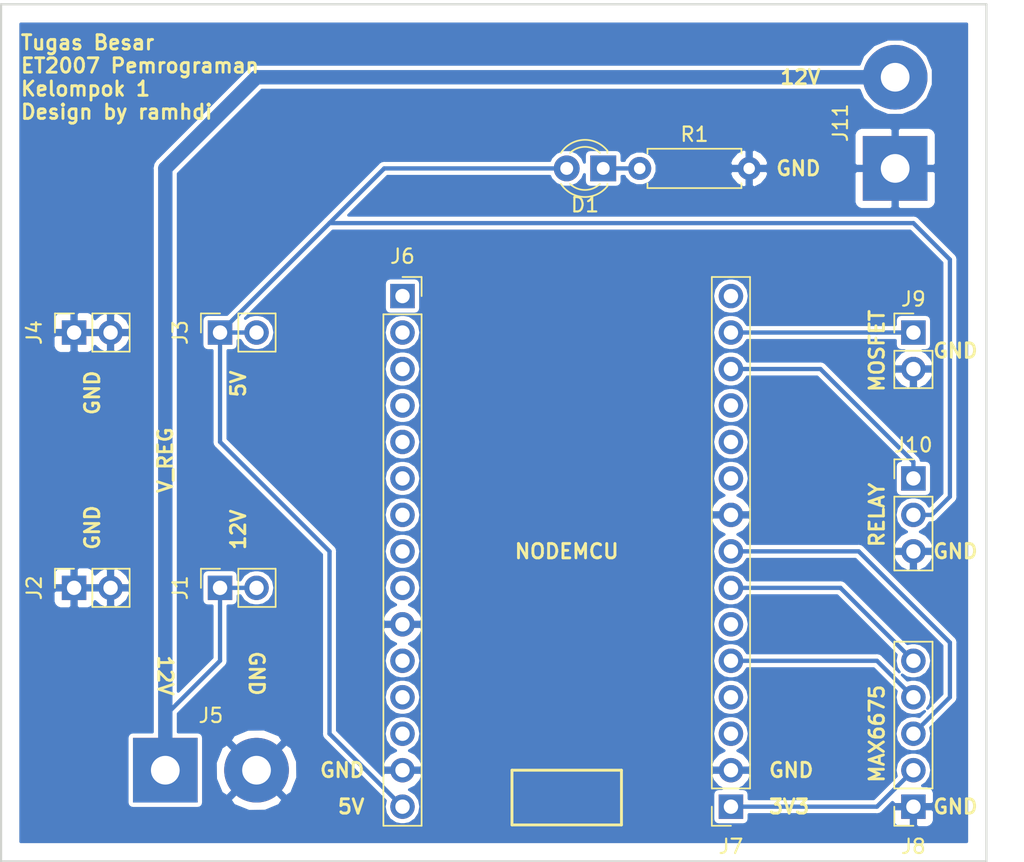
<source format=kicad_pcb>
(kicad_pcb (version 20171130) (host pcbnew "(5.0.0)")

  (general
    (thickness 1.6)
    (drawings 29)
    (tracks 37)
    (zones 0)
    (modules 13)
    (nets 28)
  )

  (page A4)
  (layers
    (0 F.Cu signal)
    (31 B.Cu signal)
    (32 B.Adhes user)
    (33 F.Adhes user)
    (34 B.Paste user)
    (35 F.Paste user)
    (36 B.SilkS user)
    (37 F.SilkS user)
    (38 B.Mask user)
    (39 F.Mask user)
    (40 Dwgs.User user)
    (41 Cmts.User user)
    (42 Eco1.User user)
    (43 Eco2.User user)
    (44 Edge.Cuts user)
    (45 Margin user)
    (46 B.CrtYd user)
    (47 F.CrtYd user)
    (48 B.Fab user)
    (49 F.Fab user)
  )

  (setup
    (last_trace_width 0.3)
    (user_trace_width 0.3)
    (user_trace_width 1)
    (trace_clearance 0.3)
    (zone_clearance 0.2)
    (zone_45_only no)
    (trace_min 0.3)
    (segment_width 0.2)
    (edge_width 0.15)
    (via_size 0.8)
    (via_drill 0.4)
    (via_min_size 0.8)
    (via_min_drill 0.4)
    (blind_buried_vias_allowed yes)
    (uvia_size 0.3)
    (uvia_drill 0.1)
    (uvias_allowed no)
    (uvia_min_size 0.2)
    (uvia_min_drill 0.1)
    (pcb_text_width 0.3)
    (pcb_text_size 1.5 1.5)
    (mod_edge_width 0.15)
    (mod_text_size 1 1)
    (mod_text_width 0.15)
    (pad_size 1.524 1.524)
    (pad_drill 0.762)
    (pad_to_mask_clearance 0.2)
    (aux_axis_origin 0 0)
    (visible_elements 7FFFFFFF)
    (pcbplotparams
      (layerselection 0x010f0_ffffffff)
      (usegerberextensions false)
      (usegerberattributes false)
      (usegerberadvancedattributes false)
      (creategerberjobfile false)
      (excludeedgelayer true)
      (linewidth 0.100000)
      (plotframeref false)
      (viasonmask false)
      (mode 1)
      (useauxorigin false)
      (hpglpennumber 1)
      (hpglpenspeed 20)
      (hpglpendiameter 15.000000)
      (psnegative false)
      (psa4output false)
      (plotreference true)
      (plotvalue true)
      (plotinvisibletext false)
      (padsonsilk false)
      (subtractmaskfromsilk false)
      (outputformat 4)
      (mirror false)
      (drillshape 2)
      (scaleselection 1)
      (outputdirectory "./"))
  )

  (net 0 "")
  (net 1 "Net-(D1-Pad1)")
  (net 2 +5V)
  (net 3 +12V)
  (net 4 GND)
  (net 5 "Net-(J6-Pad1)")
  (net 6 "Net-(J6-Pad2)")
  (net 7 "Net-(J6-Pad3)")
  (net 8 "Net-(J6-Pad4)")
  (net 9 "Net-(J6-Pad5)")
  (net 10 "Net-(J6-Pad6)")
  (net 11 "Net-(J6-Pad7)")
  (net 12 "Net-(J6-Pad8)")
  (net 13 "Net-(J6-Pad9)")
  (net 14 +3V3)
  (net 15 "Net-(J6-Pad12)")
  (net 16 "Net-(J6-Pad13)")
  (net 17 "Net-(J7-Pad15)")
  (net 18 MOSFET)
  (net 19 RELAY)
  (net 20 "Net-(J7-Pad12)")
  (net 21 "Net-(J7-Pad11)")
  (net 22 SCK)
  (net 23 SO)
  (net 24 "Net-(J7-Pad6)")
  (net 25 CS)
  (net 26 "Net-(J7-Pad4)")
  (net 27 "Net-(J7-Pad3)")

  (net_class Default "This is the default net class."
    (clearance 0.3)
    (trace_width 0.3)
    (via_dia 0.8)
    (via_drill 0.4)
    (uvia_dia 0.3)
    (uvia_drill 0.1)
    (diff_pair_gap 0.3)
    (diff_pair_width 0.3)
    (add_net +12V)
    (add_net +3V3)
    (add_net +5V)
    (add_net CS)
    (add_net GND)
    (add_net MOSFET)
    (add_net "Net-(D1-Pad1)")
    (add_net "Net-(J6-Pad1)")
    (add_net "Net-(J6-Pad12)")
    (add_net "Net-(J6-Pad13)")
    (add_net "Net-(J6-Pad2)")
    (add_net "Net-(J6-Pad3)")
    (add_net "Net-(J6-Pad4)")
    (add_net "Net-(J6-Pad5)")
    (add_net "Net-(J6-Pad6)")
    (add_net "Net-(J6-Pad7)")
    (add_net "Net-(J6-Pad8)")
    (add_net "Net-(J6-Pad9)")
    (add_net "Net-(J7-Pad11)")
    (add_net "Net-(J7-Pad12)")
    (add_net "Net-(J7-Pad15)")
    (add_net "Net-(J7-Pad3)")
    (add_net "Net-(J7-Pad4)")
    (add_net "Net-(J7-Pad6)")
    (add_net RELAY)
    (add_net SCK)
    (add_net SO)
  )

  (module Connector_PinSocket_2.54mm:PinSocket_1x05_P2.54mm_Vertical (layer F.Cu) (tedit 5A19A420) (tstamp 5C06AA78)
    (at 149.86 76.2 180)
    (descr "Through hole straight socket strip, 1x05, 2.54mm pitch, single row (from Kicad 4.0.7), script generated")
    (tags "Through hole socket strip THT 1x05 2.54mm single row")
    (path /5BFA4546)
    (fp_text reference J8 (at 0 -2.77 180) (layer F.SilkS)
      (effects (font (size 1 1) (thickness 0.15)))
    )
    (fp_text value Conn_01x05_Female (at 0 12.93 180) (layer F.Fab)
      (effects (font (size 1 1) (thickness 0.15)))
    )
    (fp_line (start -1.27 -1.27) (end 0.635 -1.27) (layer F.Fab) (width 0.1))
    (fp_line (start 0.635 -1.27) (end 1.27 -0.635) (layer F.Fab) (width 0.1))
    (fp_line (start 1.27 -0.635) (end 1.27 11.43) (layer F.Fab) (width 0.1))
    (fp_line (start 1.27 11.43) (end -1.27 11.43) (layer F.Fab) (width 0.1))
    (fp_line (start -1.27 11.43) (end -1.27 -1.27) (layer F.Fab) (width 0.1))
    (fp_line (start -1.33 1.27) (end 1.33 1.27) (layer F.SilkS) (width 0.12))
    (fp_line (start -1.33 1.27) (end -1.33 11.49) (layer F.SilkS) (width 0.12))
    (fp_line (start -1.33 11.49) (end 1.33 11.49) (layer F.SilkS) (width 0.12))
    (fp_line (start 1.33 1.27) (end 1.33 11.49) (layer F.SilkS) (width 0.12))
    (fp_line (start 1.33 -1.33) (end 1.33 0) (layer F.SilkS) (width 0.12))
    (fp_line (start 0 -1.33) (end 1.33 -1.33) (layer F.SilkS) (width 0.12))
    (fp_line (start -1.8 -1.8) (end 1.75 -1.8) (layer F.CrtYd) (width 0.05))
    (fp_line (start 1.75 -1.8) (end 1.75 11.9) (layer F.CrtYd) (width 0.05))
    (fp_line (start 1.75 11.9) (end -1.8 11.9) (layer F.CrtYd) (width 0.05))
    (fp_line (start -1.8 11.9) (end -1.8 -1.8) (layer F.CrtYd) (width 0.05))
    (fp_text user %R (at 0 5.08 270) (layer F.Fab)
      (effects (font (size 1 1) (thickness 0.15)))
    )
    (pad 1 thru_hole rect (at 0 0 180) (size 1.7 1.7) (drill 1) (layers *.Cu *.Mask)
      (net 4 GND))
    (pad 2 thru_hole oval (at 0 2.54 180) (size 1.7 1.7) (drill 1) (layers *.Cu *.Mask)
      (net 14 +3V3))
    (pad 3 thru_hole oval (at 0 5.08 180) (size 1.7 1.7) (drill 1) (layers *.Cu *.Mask)
      (net 22 SCK))
    (pad 4 thru_hole oval (at 0 7.62 180) (size 1.7 1.7) (drill 1) (layers *.Cu *.Mask)
      (net 25 CS))
    (pad 5 thru_hole oval (at 0 10.16 180) (size 1.7 1.7) (drill 1) (layers *.Cu *.Mask)
      (net 23 SO))
    (model ${KISYS3DMOD}/Connector_PinSocket_2.54mm.3dshapes/PinSocket_1x05_P2.54mm_Vertical.wrl
      (at (xyz 0 0 0))
      (scale (xyz 1 1 1))
      (rotate (xyz 0 0 0))
    )
  )

  (module LED_THT:LED_D3.0mm (layer F.Cu) (tedit 587A3A7B) (tstamp 5C06A19D)
    (at 128.27 31.75 180)
    (descr "LED, diameter 3.0mm, 2 pins")
    (tags "LED diameter 3.0mm 2 pins")
    (path /5BFAC596)
    (fp_text reference D1 (at 1.27 -2.54 180) (layer F.SilkS)
      (effects (font (size 1 1) (thickness 0.15)))
    )
    (fp_text value LED (at 1.27 2.96 180) (layer F.Fab)
      (effects (font (size 1 1) (thickness 0.15)))
    )
    (fp_arc (start 1.27 0) (end -0.23 -1.16619) (angle 284.3) (layer F.Fab) (width 0.1))
    (fp_arc (start 1.27 0) (end -0.29 -1.235516) (angle 108.8) (layer F.SilkS) (width 0.12))
    (fp_arc (start 1.27 0) (end -0.29 1.235516) (angle -108.8) (layer F.SilkS) (width 0.12))
    (fp_arc (start 1.27 0) (end 0.229039 -1.08) (angle 87.9) (layer F.SilkS) (width 0.12))
    (fp_arc (start 1.27 0) (end 0.229039 1.08) (angle -87.9) (layer F.SilkS) (width 0.12))
    (fp_circle (center 1.27 0) (end 2.77 0) (layer F.Fab) (width 0.1))
    (fp_line (start -0.23 -1.16619) (end -0.23 1.16619) (layer F.Fab) (width 0.1))
    (fp_line (start -0.29 -1.236) (end -0.29 -1.08) (layer F.SilkS) (width 0.12))
    (fp_line (start -0.29 1.08) (end -0.29 1.236) (layer F.SilkS) (width 0.12))
    (fp_line (start -1.15 -2.25) (end -1.15 2.25) (layer F.CrtYd) (width 0.05))
    (fp_line (start -1.15 2.25) (end 3.7 2.25) (layer F.CrtYd) (width 0.05))
    (fp_line (start 3.7 2.25) (end 3.7 -2.25) (layer F.CrtYd) (width 0.05))
    (fp_line (start 3.7 -2.25) (end -1.15 -2.25) (layer F.CrtYd) (width 0.05))
    (pad 1 thru_hole rect (at 0 0 180) (size 1.8 1.8) (drill 0.9) (layers *.Cu *.Mask)
      (net 1 "Net-(D1-Pad1)"))
    (pad 2 thru_hole circle (at 2.54 0 180) (size 1.8 1.8) (drill 0.9) (layers *.Cu *.Mask)
      (net 2 +5V))
    (model ${KISYS3DMOD}/LED_THT.3dshapes/LED_D3.0mm.wrl
      (at (xyz 0 0 0))
      (scale (xyz 1 1 1))
      (rotate (xyz 0 0 0))
    )
  )

  (module Resistor_THT:R_Axial_DIN0207_L6.3mm_D2.5mm_P7.62mm_Horizontal (layer F.Cu) (tedit 5AE5139B) (tstamp 5C06A322)
    (at 130.81 31.75)
    (descr "Resistor, Axial_DIN0207 series, Axial, Horizontal, pin pitch=7.62mm, 0.25W = 1/4W, length*diameter=6.3*2.5mm^2, http://cdn-reichelt.de/documents/datenblatt/B400/1_4W%23YAG.pdf")
    (tags "Resistor Axial_DIN0207 series Axial Horizontal pin pitch 7.62mm 0.25W = 1/4W length 6.3mm diameter 2.5mm")
    (path /5BFAC62D)
    (fp_text reference R1 (at 3.81 -2.37) (layer F.SilkS)
      (effects (font (size 1 1) (thickness 0.15)))
    )
    (fp_text value 220 (at 3.81 2.37) (layer F.Fab)
      (effects (font (size 1 1) (thickness 0.15)))
    )
    (fp_line (start 0.66 -1.25) (end 0.66 1.25) (layer F.Fab) (width 0.1))
    (fp_line (start 0.66 1.25) (end 6.96 1.25) (layer F.Fab) (width 0.1))
    (fp_line (start 6.96 1.25) (end 6.96 -1.25) (layer F.Fab) (width 0.1))
    (fp_line (start 6.96 -1.25) (end 0.66 -1.25) (layer F.Fab) (width 0.1))
    (fp_line (start 0 0) (end 0.66 0) (layer F.Fab) (width 0.1))
    (fp_line (start 7.62 0) (end 6.96 0) (layer F.Fab) (width 0.1))
    (fp_line (start 0.54 -1.04) (end 0.54 -1.37) (layer F.SilkS) (width 0.12))
    (fp_line (start 0.54 -1.37) (end 7.08 -1.37) (layer F.SilkS) (width 0.12))
    (fp_line (start 7.08 -1.37) (end 7.08 -1.04) (layer F.SilkS) (width 0.12))
    (fp_line (start 0.54 1.04) (end 0.54 1.37) (layer F.SilkS) (width 0.12))
    (fp_line (start 0.54 1.37) (end 7.08 1.37) (layer F.SilkS) (width 0.12))
    (fp_line (start 7.08 1.37) (end 7.08 1.04) (layer F.SilkS) (width 0.12))
    (fp_line (start -1.05 -1.5) (end -1.05 1.5) (layer F.CrtYd) (width 0.05))
    (fp_line (start -1.05 1.5) (end 8.67 1.5) (layer F.CrtYd) (width 0.05))
    (fp_line (start 8.67 1.5) (end 8.67 -1.5) (layer F.CrtYd) (width 0.05))
    (fp_line (start 8.67 -1.5) (end -1.05 -1.5) (layer F.CrtYd) (width 0.05))
    (fp_text user %R (at 3.81 0) (layer F.Fab)
      (effects (font (size 1 1) (thickness 0.15)))
    )
    (pad 1 thru_hole circle (at 0 0) (size 1.6 1.6) (drill 0.8) (layers *.Cu *.Mask)
      (net 1 "Net-(D1-Pad1)"))
    (pad 2 thru_hole oval (at 7.62 0) (size 1.6 1.6) (drill 0.8) (layers *.Cu *.Mask)
      (net 4 GND))
    (model ${KISYS3DMOD}/Resistor_THT.3dshapes/R_Axial_DIN0207_L6.3mm_D2.5mm_P7.62mm_Horizontal.wrl
      (at (xyz 0 0 0))
      (scale (xyz 1 1 1))
      (rotate (xyz 0 0 0))
    )
  )

  (module Connector_PinSocket_2.54mm:PinSocket_1x02_P2.54mm_Vertical (layer F.Cu) (tedit 5BFA5736) (tstamp 5C06A8C1)
    (at 101.6 60.96 90)
    (descr "Through hole straight socket strip, 1x02, 2.54mm pitch, single row (from Kicad 4.0.7), script generated")
    (tags "Through hole socket strip THT 1x02 2.54mm single row")
    (path /5BFA446B)
    (fp_text reference J1 (at 0 -2.77 90) (layer F.SilkS)
      (effects (font (size 1 1) (thickness 0.15)))
    )
    (fp_text value Conn_01x02_Female (at 0 5.31 90) (layer F.Fab)
      (effects (font (size 1 1) (thickness 0.15)))
    )
    (fp_line (start -1.27 -1.27) (end 0.635 -1.27) (layer F.Fab) (width 0.1))
    (fp_line (start 0.635 -1.27) (end 1.27 -0.635) (layer F.Fab) (width 0.1))
    (fp_line (start 1.27 -0.635) (end 1.27 3.81) (layer F.Fab) (width 0.1))
    (fp_line (start 1.27 3.81) (end -1.27 3.81) (layer F.Fab) (width 0.1))
    (fp_line (start -1.27 3.81) (end -1.27 -1.27) (layer F.Fab) (width 0.1))
    (fp_line (start -1.33 1.27) (end 1.33 1.27) (layer F.SilkS) (width 0.12))
    (fp_line (start -1.33 1.27) (end -1.33 3.87) (layer F.SilkS) (width 0.12))
    (fp_line (start -1.33 3.87) (end 1.33 3.87) (layer F.SilkS) (width 0.12))
    (fp_line (start 1.33 1.27) (end 1.33 3.87) (layer F.SilkS) (width 0.12))
    (fp_line (start 1.33 -1.33) (end 1.33 0) (layer F.SilkS) (width 0.12))
    (fp_line (start 0 -1.33) (end 1.33 -1.33) (layer F.SilkS) (width 0.12))
    (fp_line (start -1.8 -1.8) (end 1.75 -1.8) (layer F.CrtYd) (width 0.05))
    (fp_line (start 1.75 -1.8) (end 1.75 4.3) (layer F.CrtYd) (width 0.05))
    (fp_line (start 1.75 4.3) (end -1.8 4.3) (layer F.CrtYd) (width 0.05))
    (fp_line (start -1.8 4.3) (end -1.8 -1.8) (layer F.CrtYd) (width 0.05))
    (fp_text user %R (at 0 1.27 180) (layer F.Fab)
      (effects (font (size 1 1) (thickness 0.15)))
    )
    (pad 1 thru_hole rect (at 0 0 90) (size 1.7 1.7) (drill 1) (layers *.Cu *.Mask)
      (net 3 +12V))
    (pad 2 thru_hole oval (at 0 2.54 90) (size 1.7 1.7) (drill 1) (layers *.Cu *.Mask)
      (net 3 +12V))
    (model ${KISYS3DMOD}/Connector_PinSocket_2.54mm.3dshapes/PinSocket_1x02_P2.54mm_Vertical.wrl
      (at (xyz 0 0 0))
      (scale (xyz 1 1 1))
      (rotate (xyz 0 0 0))
    )
  )

  (module Connector_PinSocket_2.54mm:PinSocket_1x02_P2.54mm_Vertical (layer F.Cu) (tedit 5A19A420) (tstamp 5C06A8D6)
    (at 91.44 60.96 90)
    (descr "Through hole straight socket strip, 1x02, 2.54mm pitch, single row (from Kicad 4.0.7), script generated")
    (tags "Through hole socket strip THT 1x02 2.54mm single row")
    (path /5BFA43D1)
    (fp_text reference J2 (at 0 -2.77 90) (layer F.SilkS)
      (effects (font (size 1 1) (thickness 0.15)))
    )
    (fp_text value Conn_01x02_Female (at 0 5.31 90) (layer F.Fab)
      (effects (font (size 1 1) (thickness 0.15)))
    )
    (fp_line (start -1.27 -1.27) (end 0.635 -1.27) (layer F.Fab) (width 0.1))
    (fp_line (start 0.635 -1.27) (end 1.27 -0.635) (layer F.Fab) (width 0.1))
    (fp_line (start 1.27 -0.635) (end 1.27 3.81) (layer F.Fab) (width 0.1))
    (fp_line (start 1.27 3.81) (end -1.27 3.81) (layer F.Fab) (width 0.1))
    (fp_line (start -1.27 3.81) (end -1.27 -1.27) (layer F.Fab) (width 0.1))
    (fp_line (start -1.33 1.27) (end 1.33 1.27) (layer F.SilkS) (width 0.12))
    (fp_line (start -1.33 1.27) (end -1.33 3.87) (layer F.SilkS) (width 0.12))
    (fp_line (start -1.33 3.87) (end 1.33 3.87) (layer F.SilkS) (width 0.12))
    (fp_line (start 1.33 1.27) (end 1.33 3.87) (layer F.SilkS) (width 0.12))
    (fp_line (start 1.33 -1.33) (end 1.33 0) (layer F.SilkS) (width 0.12))
    (fp_line (start 0 -1.33) (end 1.33 -1.33) (layer F.SilkS) (width 0.12))
    (fp_line (start -1.8 -1.8) (end 1.75 -1.8) (layer F.CrtYd) (width 0.05))
    (fp_line (start 1.75 -1.8) (end 1.75 4.3) (layer F.CrtYd) (width 0.05))
    (fp_line (start 1.75 4.3) (end -1.8 4.3) (layer F.CrtYd) (width 0.05))
    (fp_line (start -1.8 4.3) (end -1.8 -1.8) (layer F.CrtYd) (width 0.05))
    (fp_text user %R (at 0 1.27 180) (layer F.Fab)
      (effects (font (size 1 1) (thickness 0.15)))
    )
    (pad 1 thru_hole rect (at 0 0 90) (size 1.7 1.7) (drill 1) (layers *.Cu *.Mask)
      (net 4 GND))
    (pad 2 thru_hole oval (at 0 2.54 90) (size 1.7 1.7) (drill 1) (layers *.Cu *.Mask)
      (net 4 GND))
    (model ${KISYS3DMOD}/Connector_PinSocket_2.54mm.3dshapes/PinSocket_1x02_P2.54mm_Vertical.wrl
      (at (xyz 0 0 0))
      (scale (xyz 1 1 1))
      (rotate (xyz 0 0 0))
    )
  )

  (module Connector_PinSocket_2.54mm:PinSocket_1x02_P2.54mm_Vertical (layer F.Cu) (tedit 5A19A420) (tstamp 5C06A8EB)
    (at 101.6 43.18 90)
    (descr "Through hole straight socket strip, 1x02, 2.54mm pitch, single row (from Kicad 4.0.7), script generated")
    (tags "Through hole socket strip THT 1x02 2.54mm single row")
    (path /5BFA44B5)
    (fp_text reference J3 (at 0 -2.77 90) (layer F.SilkS)
      (effects (font (size 1 1) (thickness 0.15)))
    )
    (fp_text value Conn_01x02_Female (at 0 5.31 90) (layer F.Fab)
      (effects (font (size 1 1) (thickness 0.15)))
    )
    (fp_text user %R (at 0 1.27 180) (layer F.Fab)
      (effects (font (size 1 1) (thickness 0.15)))
    )
    (fp_line (start -1.8 4.3) (end -1.8 -1.8) (layer F.CrtYd) (width 0.05))
    (fp_line (start 1.75 4.3) (end -1.8 4.3) (layer F.CrtYd) (width 0.05))
    (fp_line (start 1.75 -1.8) (end 1.75 4.3) (layer F.CrtYd) (width 0.05))
    (fp_line (start -1.8 -1.8) (end 1.75 -1.8) (layer F.CrtYd) (width 0.05))
    (fp_line (start 0 -1.33) (end 1.33 -1.33) (layer F.SilkS) (width 0.12))
    (fp_line (start 1.33 -1.33) (end 1.33 0) (layer F.SilkS) (width 0.12))
    (fp_line (start 1.33 1.27) (end 1.33 3.87) (layer F.SilkS) (width 0.12))
    (fp_line (start -1.33 3.87) (end 1.33 3.87) (layer F.SilkS) (width 0.12))
    (fp_line (start -1.33 1.27) (end -1.33 3.87) (layer F.SilkS) (width 0.12))
    (fp_line (start -1.33 1.27) (end 1.33 1.27) (layer F.SilkS) (width 0.12))
    (fp_line (start -1.27 3.81) (end -1.27 -1.27) (layer F.Fab) (width 0.1))
    (fp_line (start 1.27 3.81) (end -1.27 3.81) (layer F.Fab) (width 0.1))
    (fp_line (start 1.27 -0.635) (end 1.27 3.81) (layer F.Fab) (width 0.1))
    (fp_line (start 0.635 -1.27) (end 1.27 -0.635) (layer F.Fab) (width 0.1))
    (fp_line (start -1.27 -1.27) (end 0.635 -1.27) (layer F.Fab) (width 0.1))
    (pad 2 thru_hole oval (at 0 2.54 90) (size 1.7 1.7) (drill 1) (layers *.Cu *.Mask)
      (net 2 +5V))
    (pad 1 thru_hole rect (at 0 0 90) (size 1.7 1.7) (drill 1) (layers *.Cu *.Mask)
      (net 2 +5V))
    (model ${KISYS3DMOD}/Connector_PinSocket_2.54mm.3dshapes/PinSocket_1x02_P2.54mm_Vertical.wrl
      (at (xyz 0 0 0))
      (scale (xyz 1 1 1))
      (rotate (xyz 0 0 0))
    )
  )

  (module Connector_PinSocket_2.54mm:PinSocket_1x02_P2.54mm_Vertical (layer F.Cu) (tedit 5A19A420) (tstamp 5C06A900)
    (at 91.44 43.18 90)
    (descr "Through hole straight socket strip, 1x02, 2.54mm pitch, single row (from Kicad 4.0.7), script generated")
    (tags "Through hole socket strip THT 1x02 2.54mm single row")
    (path /5BFA4405)
    (fp_text reference J4 (at 0 -2.77 90) (layer F.SilkS)
      (effects (font (size 1 1) (thickness 0.15)))
    )
    (fp_text value Conn_01x02_Female (at 0 5.31 90) (layer F.Fab)
      (effects (font (size 1 1) (thickness 0.15)))
    )
    (fp_text user %R (at 0 1.27 180) (layer F.Fab)
      (effects (font (size 1 1) (thickness 0.15)))
    )
    (fp_line (start -1.8 4.3) (end -1.8 -1.8) (layer F.CrtYd) (width 0.05))
    (fp_line (start 1.75 4.3) (end -1.8 4.3) (layer F.CrtYd) (width 0.05))
    (fp_line (start 1.75 -1.8) (end 1.75 4.3) (layer F.CrtYd) (width 0.05))
    (fp_line (start -1.8 -1.8) (end 1.75 -1.8) (layer F.CrtYd) (width 0.05))
    (fp_line (start 0 -1.33) (end 1.33 -1.33) (layer F.SilkS) (width 0.12))
    (fp_line (start 1.33 -1.33) (end 1.33 0) (layer F.SilkS) (width 0.12))
    (fp_line (start 1.33 1.27) (end 1.33 3.87) (layer F.SilkS) (width 0.12))
    (fp_line (start -1.33 3.87) (end 1.33 3.87) (layer F.SilkS) (width 0.12))
    (fp_line (start -1.33 1.27) (end -1.33 3.87) (layer F.SilkS) (width 0.12))
    (fp_line (start -1.33 1.27) (end 1.33 1.27) (layer F.SilkS) (width 0.12))
    (fp_line (start -1.27 3.81) (end -1.27 -1.27) (layer F.Fab) (width 0.1))
    (fp_line (start 1.27 3.81) (end -1.27 3.81) (layer F.Fab) (width 0.1))
    (fp_line (start 1.27 -0.635) (end 1.27 3.81) (layer F.Fab) (width 0.1))
    (fp_line (start 0.635 -1.27) (end 1.27 -0.635) (layer F.Fab) (width 0.1))
    (fp_line (start -1.27 -1.27) (end 0.635 -1.27) (layer F.Fab) (width 0.1))
    (pad 2 thru_hole oval (at 0 2.54 90) (size 1.7 1.7) (drill 1) (layers *.Cu *.Mask)
      (net 4 GND))
    (pad 1 thru_hole rect (at 0 0 90) (size 1.7 1.7) (drill 1) (layers *.Cu *.Mask)
      (net 4 GND))
    (model ${KISYS3DMOD}/Connector_PinSocket_2.54mm.3dshapes/PinSocket_1x02_P2.54mm_Vertical.wrl
      (at (xyz 0 0 0))
      (scale (xyz 1 1 1))
      (rotate (xyz 0 0 0))
    )
  )

  (module Connector_PinSocket_2.54mm:PinSocket_1x15_P2.54mm_Vertical (layer F.Cu) (tedit 5A19A41D) (tstamp 5C06A915)
    (at 114.3 40.64)
    (descr "Through hole straight socket strip, 1x15, 2.54mm pitch, single row (from Kicad 4.0.7), script generated")
    (tags "Through hole socket strip THT 1x15 2.54mm single row")
    (path /5BFA424D)
    (fp_text reference J6 (at 0 -2.77) (layer F.SilkS)
      (effects (font (size 1 1) (thickness 0.15)))
    )
    (fp_text value Conn_01x15_Female (at 0 38.33) (layer F.Fab)
      (effects (font (size 1 1) (thickness 0.15)))
    )
    (fp_line (start -1.27 -1.27) (end 0.635 -1.27) (layer F.Fab) (width 0.1))
    (fp_line (start 0.635 -1.27) (end 1.27 -0.635) (layer F.Fab) (width 0.1))
    (fp_line (start 1.27 -0.635) (end 1.27 36.83) (layer F.Fab) (width 0.1))
    (fp_line (start 1.27 36.83) (end -1.27 36.83) (layer F.Fab) (width 0.1))
    (fp_line (start -1.27 36.83) (end -1.27 -1.27) (layer F.Fab) (width 0.1))
    (fp_line (start -1.33 1.27) (end 1.33 1.27) (layer F.SilkS) (width 0.12))
    (fp_line (start -1.33 1.27) (end -1.33 36.89) (layer F.SilkS) (width 0.12))
    (fp_line (start -1.33 36.89) (end 1.33 36.89) (layer F.SilkS) (width 0.12))
    (fp_line (start 1.33 1.27) (end 1.33 36.89) (layer F.SilkS) (width 0.12))
    (fp_line (start 1.33 -1.33) (end 1.33 0) (layer F.SilkS) (width 0.12))
    (fp_line (start 0 -1.33) (end 1.33 -1.33) (layer F.SilkS) (width 0.12))
    (fp_line (start -1.8 -1.8) (end 1.75 -1.8) (layer F.CrtYd) (width 0.05))
    (fp_line (start 1.75 -1.8) (end 1.75 37.3) (layer F.CrtYd) (width 0.05))
    (fp_line (start 1.75 37.3) (end -1.8 37.3) (layer F.CrtYd) (width 0.05))
    (fp_line (start -1.8 37.3) (end -1.8 -1.8) (layer F.CrtYd) (width 0.05))
    (fp_text user %R (at 0 17.78 90) (layer F.Fab)
      (effects (font (size 1 1) (thickness 0.15)))
    )
    (pad 1 thru_hole rect (at 0 0) (size 1.7 1.7) (drill 1) (layers *.Cu *.Mask)
      (net 5 "Net-(J6-Pad1)"))
    (pad 2 thru_hole oval (at 0 2.54) (size 1.7 1.7) (drill 1) (layers *.Cu *.Mask)
      (net 6 "Net-(J6-Pad2)"))
    (pad 3 thru_hole oval (at 0 5.08) (size 1.7 1.7) (drill 1) (layers *.Cu *.Mask)
      (net 7 "Net-(J6-Pad3)"))
    (pad 4 thru_hole oval (at 0 7.62) (size 1.7 1.7) (drill 1) (layers *.Cu *.Mask)
      (net 8 "Net-(J6-Pad4)"))
    (pad 5 thru_hole oval (at 0 10.16) (size 1.7 1.7) (drill 1) (layers *.Cu *.Mask)
      (net 9 "Net-(J6-Pad5)"))
    (pad 6 thru_hole oval (at 0 12.7) (size 1.7 1.7) (drill 1) (layers *.Cu *.Mask)
      (net 10 "Net-(J6-Pad6)"))
    (pad 7 thru_hole oval (at 0 15.24) (size 1.7 1.7) (drill 1) (layers *.Cu *.Mask)
      (net 11 "Net-(J6-Pad7)"))
    (pad 8 thru_hole oval (at 0 17.78) (size 1.7 1.7) (drill 1) (layers *.Cu *.Mask)
      (net 12 "Net-(J6-Pad8)"))
    (pad 9 thru_hole oval (at 0 20.32) (size 1.7 1.7) (drill 1) (layers *.Cu *.Mask)
      (net 13 "Net-(J6-Pad9)"))
    (pad 10 thru_hole oval (at 0 22.86) (size 1.7 1.7) (drill 1) (layers *.Cu *.Mask)
      (net 4 GND))
    (pad 11 thru_hole oval (at 0 25.4) (size 1.7 1.7) (drill 1) (layers *.Cu *.Mask)
      (net 14 +3V3))
    (pad 12 thru_hole oval (at 0 27.94) (size 1.7 1.7) (drill 1) (layers *.Cu *.Mask)
      (net 15 "Net-(J6-Pad12)"))
    (pad 13 thru_hole oval (at 0 30.48) (size 1.7 1.7) (drill 1) (layers *.Cu *.Mask)
      (net 16 "Net-(J6-Pad13)"))
    (pad 14 thru_hole oval (at 0 33.02) (size 1.7 1.7) (drill 1) (layers *.Cu *.Mask)
      (net 4 GND))
    (pad 15 thru_hole oval (at 0 35.56) (size 1.7 1.7) (drill 1) (layers *.Cu *.Mask)
      (net 2 +5V))
    (model ${KISYS3DMOD}/Connector_PinSocket_2.54mm.3dshapes/PinSocket_1x15_P2.54mm_Vertical.wrl
      (at (xyz 0 0 0))
      (scale (xyz 1 1 1))
      (rotate (xyz 0 0 0))
    )
  )

  (module Connector_PinSocket_2.54mm:PinSocket_1x15_P2.54mm_Vertical (layer F.Cu) (tedit 5A19A41D) (tstamp 5C06A937)
    (at 137.16 76.2 180)
    (descr "Through hole straight socket strip, 1x15, 2.54mm pitch, single row (from Kicad 4.0.7), script generated")
    (tags "Through hole socket strip THT 1x15 2.54mm single row")
    (path /5BFA4296)
    (fp_text reference J7 (at 0 -2.77 180) (layer F.SilkS)
      (effects (font (size 1 1) (thickness 0.15)))
    )
    (fp_text value Conn_01x15_Female (at 0 38.33 180) (layer F.Fab)
      (effects (font (size 1 1) (thickness 0.15)))
    )
    (fp_text user %R (at 0 17.78 270) (layer F.Fab)
      (effects (font (size 1 1) (thickness 0.15)))
    )
    (fp_line (start -1.8 37.3) (end -1.8 -1.8) (layer F.CrtYd) (width 0.05))
    (fp_line (start 1.75 37.3) (end -1.8 37.3) (layer F.CrtYd) (width 0.05))
    (fp_line (start 1.75 -1.8) (end 1.75 37.3) (layer F.CrtYd) (width 0.05))
    (fp_line (start -1.8 -1.8) (end 1.75 -1.8) (layer F.CrtYd) (width 0.05))
    (fp_line (start 0 -1.33) (end 1.33 -1.33) (layer F.SilkS) (width 0.12))
    (fp_line (start 1.33 -1.33) (end 1.33 0) (layer F.SilkS) (width 0.12))
    (fp_line (start 1.33 1.27) (end 1.33 36.89) (layer F.SilkS) (width 0.12))
    (fp_line (start -1.33 36.89) (end 1.33 36.89) (layer F.SilkS) (width 0.12))
    (fp_line (start -1.33 1.27) (end -1.33 36.89) (layer F.SilkS) (width 0.12))
    (fp_line (start -1.33 1.27) (end 1.33 1.27) (layer F.SilkS) (width 0.12))
    (fp_line (start -1.27 36.83) (end -1.27 -1.27) (layer F.Fab) (width 0.1))
    (fp_line (start 1.27 36.83) (end -1.27 36.83) (layer F.Fab) (width 0.1))
    (fp_line (start 1.27 -0.635) (end 1.27 36.83) (layer F.Fab) (width 0.1))
    (fp_line (start 0.635 -1.27) (end 1.27 -0.635) (layer F.Fab) (width 0.1))
    (fp_line (start -1.27 -1.27) (end 0.635 -1.27) (layer F.Fab) (width 0.1))
    (pad 15 thru_hole oval (at 0 35.56 180) (size 1.7 1.7) (drill 1) (layers *.Cu *.Mask)
      (net 17 "Net-(J7-Pad15)"))
    (pad 14 thru_hole oval (at 0 33.02 180) (size 1.7 1.7) (drill 1) (layers *.Cu *.Mask)
      (net 18 MOSFET))
    (pad 13 thru_hole oval (at 0 30.48 180) (size 1.7 1.7) (drill 1) (layers *.Cu *.Mask)
      (net 19 RELAY))
    (pad 12 thru_hole oval (at 0 27.94 180) (size 1.7 1.7) (drill 1) (layers *.Cu *.Mask)
      (net 20 "Net-(J7-Pad12)"))
    (pad 11 thru_hole oval (at 0 25.4 180) (size 1.7 1.7) (drill 1) (layers *.Cu *.Mask)
      (net 21 "Net-(J7-Pad11)"))
    (pad 10 thru_hole oval (at 0 22.86 180) (size 1.7 1.7) (drill 1) (layers *.Cu *.Mask)
      (net 14 +3V3))
    (pad 9 thru_hole oval (at 0 20.32 180) (size 1.7 1.7) (drill 1) (layers *.Cu *.Mask)
      (net 4 GND))
    (pad 8 thru_hole oval (at 0 17.78 180) (size 1.7 1.7) (drill 1) (layers *.Cu *.Mask)
      (net 22 SCK))
    (pad 7 thru_hole oval (at 0 15.24 180) (size 1.7 1.7) (drill 1) (layers *.Cu *.Mask)
      (net 23 SO))
    (pad 6 thru_hole oval (at 0 12.7 180) (size 1.7 1.7) (drill 1) (layers *.Cu *.Mask)
      (net 24 "Net-(J7-Pad6)"))
    (pad 5 thru_hole oval (at 0 10.16 180) (size 1.7 1.7) (drill 1) (layers *.Cu *.Mask)
      (net 25 CS))
    (pad 4 thru_hole oval (at 0 7.62 180) (size 1.7 1.7) (drill 1) (layers *.Cu *.Mask)
      (net 26 "Net-(J7-Pad4)"))
    (pad 3 thru_hole oval (at 0 5.08 180) (size 1.7 1.7) (drill 1) (layers *.Cu *.Mask)
      (net 27 "Net-(J7-Pad3)"))
    (pad 2 thru_hole oval (at 0 2.54 180) (size 1.7 1.7) (drill 1) (layers *.Cu *.Mask)
      (net 4 GND))
    (pad 1 thru_hole rect (at 0 0 180) (size 1.7 1.7) (drill 1) (layers *.Cu *.Mask)
      (net 14 +3V3))
    (model ${KISYS3DMOD}/Connector_PinSocket_2.54mm.3dshapes/PinSocket_1x15_P2.54mm_Vertical.wrl
      (at (xyz 0 0 0))
      (scale (xyz 1 1 1))
      (rotate (xyz 0 0 0))
    )
  )

  (module Connector_PinHeader_2.54mm:PinHeader_1x02_P2.54mm_Vertical (layer F.Cu) (tedit 59FED5CC) (tstamp 5C06A959)
    (at 149.86 43.18)
    (descr "Through hole straight pin header, 1x02, 2.54mm pitch, single row")
    (tags "Through hole pin header THT 1x02 2.54mm single row")
    (path /5BFA47BB)
    (fp_text reference J9 (at 0 -2.33) (layer F.SilkS)
      (effects (font (size 1 1) (thickness 0.15)))
    )
    (fp_text value Conn_01x02_Male (at 0 4.87) (layer F.Fab)
      (effects (font (size 1 1) (thickness 0.15)))
    )
    (fp_line (start -0.635 -1.27) (end 1.27 -1.27) (layer F.Fab) (width 0.1))
    (fp_line (start 1.27 -1.27) (end 1.27 3.81) (layer F.Fab) (width 0.1))
    (fp_line (start 1.27 3.81) (end -1.27 3.81) (layer F.Fab) (width 0.1))
    (fp_line (start -1.27 3.81) (end -1.27 -0.635) (layer F.Fab) (width 0.1))
    (fp_line (start -1.27 -0.635) (end -0.635 -1.27) (layer F.Fab) (width 0.1))
    (fp_line (start -1.33 3.87) (end 1.33 3.87) (layer F.SilkS) (width 0.12))
    (fp_line (start -1.33 1.27) (end -1.33 3.87) (layer F.SilkS) (width 0.12))
    (fp_line (start 1.33 1.27) (end 1.33 3.87) (layer F.SilkS) (width 0.12))
    (fp_line (start -1.33 1.27) (end 1.33 1.27) (layer F.SilkS) (width 0.12))
    (fp_line (start -1.33 0) (end -1.33 -1.33) (layer F.SilkS) (width 0.12))
    (fp_line (start -1.33 -1.33) (end 0 -1.33) (layer F.SilkS) (width 0.12))
    (fp_line (start -1.8 -1.8) (end -1.8 4.35) (layer F.CrtYd) (width 0.05))
    (fp_line (start -1.8 4.35) (end 1.8 4.35) (layer F.CrtYd) (width 0.05))
    (fp_line (start 1.8 4.35) (end 1.8 -1.8) (layer F.CrtYd) (width 0.05))
    (fp_line (start 1.8 -1.8) (end -1.8 -1.8) (layer F.CrtYd) (width 0.05))
    (fp_text user %R (at 0 1.27 90) (layer F.Fab)
      (effects (font (size 1 1) (thickness 0.15)))
    )
    (pad 1 thru_hole rect (at 0 0) (size 1.7 1.7) (drill 1) (layers *.Cu *.Mask)
      (net 18 MOSFET))
    (pad 2 thru_hole oval (at 0 2.54) (size 1.7 1.7) (drill 1) (layers *.Cu *.Mask)
      (net 4 GND))
    (model ${KISYS3DMOD}/Connector_PinHeader_2.54mm.3dshapes/PinHeader_1x02_P2.54mm_Vertical.wrl
      (at (xyz 0 0 0))
      (scale (xyz 1 1 1))
      (rotate (xyz 0 0 0))
    )
  )

  (module Connector_PinHeader_2.54mm:PinHeader_1x03_P2.54mm_Vertical (layer F.Cu) (tedit 59FED5CC) (tstamp 5C06AA90)
    (at 149.86 53.34)
    (descr "Through hole straight pin header, 1x03, 2.54mm pitch, single row")
    (tags "Through hole pin header THT 1x03 2.54mm single row")
    (path /5BFA482F)
    (fp_text reference J10 (at 0 -2.33) (layer F.SilkS)
      (effects (font (size 1 1) (thickness 0.15)))
    )
    (fp_text value Conn_01x03_Male (at 0 7.41) (layer F.Fab)
      (effects (font (size 1 1) (thickness 0.15)))
    )
    (fp_line (start -0.635 -1.27) (end 1.27 -1.27) (layer F.Fab) (width 0.1))
    (fp_line (start 1.27 -1.27) (end 1.27 6.35) (layer F.Fab) (width 0.1))
    (fp_line (start 1.27 6.35) (end -1.27 6.35) (layer F.Fab) (width 0.1))
    (fp_line (start -1.27 6.35) (end -1.27 -0.635) (layer F.Fab) (width 0.1))
    (fp_line (start -1.27 -0.635) (end -0.635 -1.27) (layer F.Fab) (width 0.1))
    (fp_line (start -1.33 6.41) (end 1.33 6.41) (layer F.SilkS) (width 0.12))
    (fp_line (start -1.33 1.27) (end -1.33 6.41) (layer F.SilkS) (width 0.12))
    (fp_line (start 1.33 1.27) (end 1.33 6.41) (layer F.SilkS) (width 0.12))
    (fp_line (start -1.33 1.27) (end 1.33 1.27) (layer F.SilkS) (width 0.12))
    (fp_line (start -1.33 0) (end -1.33 -1.33) (layer F.SilkS) (width 0.12))
    (fp_line (start -1.33 -1.33) (end 0 -1.33) (layer F.SilkS) (width 0.12))
    (fp_line (start -1.8 -1.8) (end -1.8 6.85) (layer F.CrtYd) (width 0.05))
    (fp_line (start -1.8 6.85) (end 1.8 6.85) (layer F.CrtYd) (width 0.05))
    (fp_line (start 1.8 6.85) (end 1.8 -1.8) (layer F.CrtYd) (width 0.05))
    (fp_line (start 1.8 -1.8) (end -1.8 -1.8) (layer F.CrtYd) (width 0.05))
    (fp_text user %R (at 0 2.54 90) (layer F.Fab)
      (effects (font (size 1 1) (thickness 0.15)))
    )
    (pad 1 thru_hole rect (at 0 0) (size 1.7 1.7) (drill 1) (layers *.Cu *.Mask)
      (net 19 RELAY))
    (pad 2 thru_hole oval (at 0 2.54) (size 1.7 1.7) (drill 1) (layers *.Cu *.Mask)
      (net 2 +5V))
    (pad 3 thru_hole oval (at 0 5.08) (size 1.7 1.7) (drill 1) (layers *.Cu *.Mask)
      (net 4 GND))
    (model ${KISYS3DMOD}/Connector_PinHeader_2.54mm.3dshapes/PinHeader_1x03_P2.54mm_Vertical.wrl
      (at (xyz 0 0 0))
      (scale (xyz 1 1 1))
      (rotate (xyz 0 0 0))
    )
  )

  (module Connector_Wire:SolderWirePad_1x02_P7.62mm_Drill2mm (layer F.Cu) (tedit 5AEE5F3D) (tstamp 5C06DDEC)
    (at 97.79 73.66)
    (descr "Wire solder connection")
    (tags connector)
    (path /5BFA45C0)
    (attr virtual)
    (fp_text reference J5 (at 3.175 -3.81) (layer F.SilkS)
      (effects (font (size 1 1) (thickness 0.15)))
    )
    (fp_text value Screw_Terminal_01x02 (at 3.175 3.81) (layer F.Fab)
      (effects (font (size 1 1) (thickness 0.15)))
    )
    (fp_text user %R (at 3.175 0) (layer F.Fab)
      (effects (font (size 1 1) (thickness 0.15)))
    )
    (fp_line (start -2.75 -2.75) (end 9.09 -2.75) (layer F.CrtYd) (width 0.05))
    (fp_line (start -2.75 -2.75) (end -2.75 2.75) (layer F.CrtYd) (width 0.05))
    (fp_line (start 9.09 2.75) (end 9.09 -2.75) (layer F.CrtYd) (width 0.05))
    (fp_line (start 9.09 2.75) (end -2.75 2.75) (layer F.CrtYd) (width 0.05))
    (pad 1 thru_hole rect (at 0 0) (size 4.50088 4.50088) (drill 1.99898) (layers *.Cu *.Mask)
      (net 3 +12V))
    (pad 2 thru_hole circle (at 6.35 0) (size 4.50088 4.50088) (drill 1.99898) (layers *.Cu *.Mask)
      (net 4 GND))
  )

  (module Connector_Wire:SolderWirePad_1x02_P7.62mm_Drill2mm (layer F.Cu) (tedit 5AEE5F3D) (tstamp 5C06DDF6)
    (at 148.59 31.75 90)
    (descr "Wire solder connection")
    (tags connector)
    (path /5BFA466C)
    (attr virtual)
    (fp_text reference J11 (at 3.175 -3.81 90) (layer F.SilkS)
      (effects (font (size 1 1) (thickness 0.15)))
    )
    (fp_text value Screw_Terminal_01x02 (at 3.175 3.81 90) (layer F.Fab)
      (effects (font (size 1 1) (thickness 0.15)))
    )
    (fp_line (start 9.09 2.75) (end -2.75 2.75) (layer F.CrtYd) (width 0.05))
    (fp_line (start 9.09 2.75) (end 9.09 -2.75) (layer F.CrtYd) (width 0.05))
    (fp_line (start -2.75 -2.75) (end -2.75 2.75) (layer F.CrtYd) (width 0.05))
    (fp_line (start -2.75 -2.75) (end 9.09 -2.75) (layer F.CrtYd) (width 0.05))
    (fp_text user %R (at 3.175 0 90) (layer F.Fab)
      (effects (font (size 1 1) (thickness 0.15)))
    )
    (pad 2 thru_hole circle (at 6.35 0 90) (size 4.50088 4.50088) (drill 1.99898) (layers *.Cu *.Mask)
      (net 3 +12V))
    (pad 1 thru_hole rect (at 0 0 90) (size 4.50088 4.50088) (drill 1.99898) (layers *.Cu *.Mask)
      (net 4 GND))
  )

  (gr_text "Tugas Besar\nET2007 Pemrograman\nKelompok 1\nDesign by ramhdi" (at 87.63 25.4) (layer F.SilkS)
    (effects (font (size 1 1) (thickness 0.2)) (justify left))
  )
  (gr_text 5V (at 102.87 45.72 90) (layer F.SilkS) (tstamp 5C06CB4A)
    (effects (font (size 1 1) (thickness 0.2)) (justify right))
  )
  (gr_text 12V (at 102.87 58.42 90) (layer F.SilkS) (tstamp 5C06CB4A)
    (effects (font (size 1 1) (thickness 0.2)) (justify left))
  )
  (gr_text GND (at 92.71 58.42 90) (layer F.SilkS) (tstamp 5C06CB40)
    (effects (font (size 1 1) (thickness 0.2)) (justify left))
  )
  (gr_text GND (at 92.71 45.72 90) (layer F.SilkS) (tstamp 5C06CB40)
    (effects (font (size 1 1) (thickness 0.2)) (justify right))
  )
  (gr_line (start 129.54 77.47) (end 121.92 77.47) (layer F.SilkS) (width 0.2))
  (gr_line (start 129.54 73.66) (end 129.54 77.47) (layer F.SilkS) (width 0.2))
  (gr_line (start 121.92 73.66) (end 129.54 73.66) (layer F.SilkS) (width 0.2))
  (gr_line (start 121.92 77.47) (end 121.92 73.66) (layer F.SilkS) (width 0.2))
  (gr_text NODEMCU (at 125.73 58.42) (layer F.SilkS) (tstamp 5C06BE23)
    (effects (font (size 1 1) (thickness 0.2)))
  )
  (gr_text GND (at 104.14 68.58 270) (layer F.SilkS) (tstamp 5C06BE23)
    (effects (font (size 1 1) (thickness 0.2)) (justify right))
  )
  (gr_text 12V (at 97.79 68.58 270) (layer F.SilkS) (tstamp 5C06BE23)
    (effects (font (size 1 1) (thickness 0.2)) (justify right))
  )
  (gr_text GND (at 143.51 31.75) (layer F.SilkS) (tstamp 5C06BE1F)
    (effects (font (size 1 1) (thickness 0.2)) (justify right))
  )
  (gr_text 12V (at 143.51 25.4) (layer F.SilkS) (tstamp 5C06BE02)
    (effects (font (size 1 1) (thickness 0.2)) (justify right))
  )
  (gr_text V_REG (at 97.79 52.07 90) (layer F.SilkS) (tstamp 5C06BE02)
    (effects (font (size 1 1) (thickness 0.2)))
  )
  (gr_text MOSFET (at 147.32 44.45 90) (layer F.SilkS) (tstamp 5C06BE02)
    (effects (font (size 1 1) (thickness 0.2)))
  )
  (gr_text RELAY (at 147.32 55.88 90) (layer F.SilkS) (tstamp 5C06BE02)
    (effects (font (size 1 1) (thickness 0.2)))
  )
  (gr_text MAX6675 (at 147.32 71.12 90) (layer F.SilkS)
    (effects (font (size 1 1) (thickness 0.2)))
  )
  (gr_text 3V3 (at 139.7 76.2) (layer F.SilkS) (tstamp 5C06BD3A)
    (effects (font (size 1 1) (thickness 0.2)) (justify left))
  )
  (gr_text GND (at 139.7 73.66) (layer F.SilkS) (tstamp 5C06BD3A)
    (effects (font (size 1 1) (thickness 0.2)) (justify left))
  )
  (gr_text GND (at 111.76 73.66) (layer F.SilkS) (tstamp 5C06BD1E)
    (effects (font (size 1 1) (thickness 0.2)) (justify right))
  )
  (gr_text "5V\n" (at 111.76 76.2) (layer F.SilkS) (tstamp 5C06BD1E)
    (effects (font (size 1 1) (thickness 0.2)) (justify right))
  )
  (gr_text GND (at 151.13 44.45) (layer F.SilkS) (tstamp 5C06BD1E)
    (effects (font (size 1 1) (thickness 0.2)) (justify left))
  )
  (gr_text GND (at 151.13 58.42) (layer F.SilkS) (tstamp 5C06BD1E)
    (effects (font (size 1 1) (thickness 0.2)) (justify left))
  )
  (gr_text GND (at 151.13 76.2) (layer F.SilkS)
    (effects (font (size 1 1) (thickness 0.2)) (justify left))
  )
  (gr_line (start 154.94 20.32) (end 154.94 80.01) (layer Edge.Cuts) (width 0.15))
  (gr_line (start 86.36 20.32) (end 154.94 20.32) (layer Edge.Cuts) (width 0.15))
  (gr_line (start 86.36 80.01) (end 86.36 20.32) (layer Edge.Cuts) (width 0.15))
  (gr_line (start 154.94 80.01) (end 86.36 80.01) (layer Edge.Cuts) (width 0.15))

  (segment (start 128.27 31.75) (end 130.81 31.75) (width 0.3) (layer B.Cu) (net 1))
  (segment (start 151.13 55.88) (end 149.86 55.88) (width 0.3) (layer B.Cu) (net 2))
  (segment (start 152.4 54.61) (end 151.13 55.88) (width 0.3) (layer B.Cu) (net 2))
  (segment (start 152.4 38.1) (end 152.4 54.61) (width 0.3) (layer B.Cu) (net 2))
  (segment (start 109.22 35.56) (end 149.86 35.56) (width 0.3) (layer B.Cu) (net 2))
  (segment (start 149.86 35.56) (end 152.4 38.1) (width 0.3) (layer B.Cu) (net 2))
  (segment (start 101.6 43.18) (end 109.22 35.56) (width 0.3) (layer B.Cu) (net 2))
  (segment (start 101.6 43.18) (end 104.14 43.18) (width 0.3) (layer B.Cu) (net 2))
  (segment (start 109.22 71.12) (end 114.3 76.2) (width 0.3) (layer B.Cu) (net 2))
  (segment (start 109.22 58.42) (end 109.22 71.12) (width 0.3) (layer B.Cu) (net 2))
  (segment (start 101.6 50.8) (end 109.22 58.42) (width 0.3) (layer B.Cu) (net 2))
  (segment (start 101.6 43.18) (end 101.6 50.8) (width 0.3) (layer B.Cu) (net 2))
  (segment (start 109.22 35.56) (end 113.03 31.75) (width 0.3) (layer B.Cu) (net 2))
  (segment (start 113.03 31.75) (end 125.73 31.75) (width 0.3) (layer B.Cu) (net 2))
  (segment (start 101.6 60.96) (end 104.14 60.96) (width 0.3) (layer B.Cu) (net 3))
  (segment (start 101.6 60.96) (end 101.6 66.04) (width 0.3) (layer B.Cu) (net 3))
  (segment (start 101.6 66.04) (end 97.79 69.85) (width 0.3) (layer B.Cu) (net 3))
  (segment (start 97.79 31.75) (end 97.79 73.66) (width 1) (layer B.Cu) (net 3))
  (segment (start 148.59 25.4) (end 104.14 25.4) (width 1) (layer B.Cu) (net 3))
  (segment (start 104.14 25.4) (end 97.79 31.75) (width 1) (layer B.Cu) (net 3))
  (segment (start 91.44 60.96) (end 93.98 60.96) (width 0.3) (layer B.Cu) (net 4))
  (segment (start 147.32 76.2) (end 149.86 73.66) (width 0.3) (layer B.Cu) (net 14))
  (segment (start 137.16 76.2) (end 147.32 76.2) (width 0.3) (layer B.Cu) (net 14))
  (segment (start 137.16 43.18) (end 147.32 43.18) (width 0.3) (layer B.Cu) (net 18))
  (segment (start 147.32 43.18) (end 149.86 43.18) (width 0.3) (layer B.Cu) (net 18))
  (segment (start 149.86 52.19) (end 149.86 53.34) (width 0.3) (layer B.Cu) (net 19))
  (segment (start 143.39 45.72) (end 149.86 52.19) (width 0.3) (layer B.Cu) (net 19))
  (segment (start 137.16 45.72) (end 143.39 45.72) (width 0.3) (layer B.Cu) (net 19))
  (segment (start 151.13 69.85) (end 149.86 71.12) (width 0.3) (layer B.Cu) (net 22))
  (segment (start 137.16 58.42) (end 146.05 58.42) (width 0.3) (layer B.Cu) (net 22))
  (segment (start 146.05 58.42) (end 152.4 64.77) (width 0.3) (layer B.Cu) (net 22))
  (segment (start 151.13 69.85) (end 152.4 68.58) (width 0.3) (layer B.Cu) (net 22))
  (segment (start 152.4 68.58) (end 152.4 64.77) (width 0.3) (layer B.Cu) (net 22))
  (segment (start 144.78 60.96) (end 149.86 66.04) (width 0.3) (layer B.Cu) (net 23))
  (segment (start 137.16 60.96) (end 144.78 60.96) (width 0.3) (layer B.Cu) (net 23))
  (segment (start 147.32 66.04) (end 149.86 68.58) (width 0.3) (layer B.Cu) (net 25))
  (segment (start 137.16 66.04) (end 147.32 66.04) (width 0.3) (layer B.Cu) (net 25))

  (zone (net 4) (net_name GND) (layer B.Cu) (tstamp 5BFBB1A3) (hatch edge 0.508)
    (connect_pads (clearance 0.2))
    (min_thickness 0.2)
    (fill yes (arc_segments 16) (thermal_gap 0.508) (thermal_bridge_width 0.508))
    (polygon
      (pts
        (xy 153.67 78.74) (xy 87.63 78.74) (xy 87.63 21.59) (xy 153.67 21.59)
      )
    )
    (filled_polygon
      (pts
        (xy 153.57 78.64) (xy 87.73 78.64) (xy 87.73 71.40956) (xy 95.131724 71.40956) (xy 95.131724 75.91044)
        (xy 95.162769 76.066512) (xy 95.251176 76.198824) (xy 95.383488 76.287231) (xy 95.53956 76.318276) (xy 100.04044 76.318276)
        (xy 100.196512 76.287231) (xy 100.328824 76.198824) (xy 100.417231 76.066512) (xy 100.448276 75.91044) (xy 100.448276 75.719197)
        (xy 102.298592 75.719197) (xy 102.553917 76.105056) (xy 103.610333 76.525905) (xy 104.747386 76.510446) (xy 105.726083 76.105056)
        (xy 105.981408 75.719197) (xy 104.14 73.877789) (xy 102.298592 75.719197) (xy 100.448276 75.719197) (xy 100.448276 73.130333)
        (xy 101.274095 73.130333) (xy 101.289554 74.267386) (xy 101.694944 75.246083) (xy 102.080803 75.501408) (xy 103.922211 73.66)
        (xy 104.357789 73.66) (xy 106.199197 75.501408) (xy 106.585056 75.246083) (xy 107.005905 74.189667) (xy 106.990446 73.052614)
        (xy 106.585056 72.073917) (xy 106.199197 71.818592) (xy 104.357789 73.66) (xy 103.922211 73.66) (xy 102.080803 71.818592)
        (xy 101.694944 72.073917) (xy 101.274095 73.130333) (xy 100.448276 73.130333) (xy 100.448276 71.600803) (xy 102.298592 71.600803)
        (xy 104.14 73.442211) (xy 105.981408 71.600803) (xy 105.726083 71.214944) (xy 104.669667 70.794095) (xy 103.532614 70.809554)
        (xy 102.553917 71.214944) (xy 102.298592 71.600803) (xy 100.448276 71.600803) (xy 100.448276 71.40956) (xy 100.417231 71.253488)
        (xy 100.328824 71.121176) (xy 100.196512 71.032769) (xy 100.04044 71.001724) (xy 98.69 71.001724) (xy 98.69 69.727816)
        (xy 101.950603 66.467214) (xy 101.996528 66.436528) (xy 102.118089 66.254599) (xy 102.15 66.09417) (xy 102.15 66.094169)
        (xy 102.160775 66.04) (xy 102.15 65.985831) (xy 102.15 62.217836) (xy 102.45 62.217836) (xy 102.606072 62.186791)
        (xy 102.738384 62.098384) (xy 102.826791 61.966072) (xy 102.857836 61.81) (xy 102.857836 61.51) (xy 103.004138 61.51)
        (xy 103.238801 61.861199) (xy 103.652275 62.137473) (xy 104.016891 62.21) (xy 104.263109 62.21) (xy 104.627725 62.137473)
        (xy 105.041199 61.861199) (xy 105.317473 61.447725) (xy 105.414488 60.96) (xy 105.317473 60.472275) (xy 105.041199 60.058801)
        (xy 104.627725 59.782527) (xy 104.263109 59.71) (xy 104.016891 59.71) (xy 103.652275 59.782527) (xy 103.238801 60.058801)
        (xy 103.004138 60.41) (xy 102.857836 60.41) (xy 102.857836 60.11) (xy 102.826791 59.953928) (xy 102.738384 59.821616)
        (xy 102.606072 59.733209) (xy 102.45 59.702164) (xy 100.75 59.702164) (xy 100.593928 59.733209) (xy 100.461616 59.821616)
        (xy 100.373209 59.953928) (xy 100.342164 60.11) (xy 100.342164 61.81) (xy 100.373209 61.966072) (xy 100.461616 62.098384)
        (xy 100.593928 62.186791) (xy 100.75 62.217836) (xy 101.05 62.217836) (xy 101.050001 65.812182) (xy 98.69 68.172184)
        (xy 98.69 42.33) (xy 100.342164 42.33) (xy 100.342164 44.03) (xy 100.373209 44.186072) (xy 100.461616 44.318384)
        (xy 100.593928 44.406791) (xy 100.75 44.437836) (xy 101.05 44.437836) (xy 101.050001 50.745826) (xy 101.039225 50.8)
        (xy 101.081912 51.014599) (xy 101.203473 51.196528) (xy 101.249398 51.227214) (xy 108.67 58.647817) (xy 108.670001 71.065826)
        (xy 108.659225 71.12) (xy 108.678111 71.214944) (xy 108.701912 71.334599) (xy 108.823473 71.516528) (xy 108.869398 71.547214)
        (xy 113.107915 75.785732) (xy 113.025512 76.2) (xy 113.122527 76.687725) (xy 113.398801 77.101199) (xy 113.812275 77.377473)
        (xy 114.176891 77.45) (xy 114.423109 77.45) (xy 114.787725 77.377473) (xy 115.201199 77.101199) (xy 115.477473 76.687725)
        (xy 115.574488 76.2) (xy 115.477473 75.712275) (xy 115.201199 75.298801) (xy 114.787725 75.022527) (xy 114.775579 75.020111)
        (xy 115.188854 74.815741) (xy 115.563477 74.387616) (xy 115.707903 74.03891) (xy 135.752097 74.03891) (xy 135.896523 74.387616)
        (xy 136.271146 74.815741) (xy 136.526797 74.942164) (xy 136.31 74.942164) (xy 136.153928 74.973209) (xy 136.021616 75.061616)
        (xy 135.933209 75.193928) (xy 135.902164 75.35) (xy 135.902164 77.05) (xy 135.933209 77.206072) (xy 136.021616 77.338384)
        (xy 136.153928 77.426791) (xy 136.31 77.457836) (xy 138.01 77.457836) (xy 138.166072 77.426791) (xy 138.298384 77.338384)
        (xy 138.386791 77.206072) (xy 138.417836 77.05) (xy 138.417836 76.75) (xy 147.265831 76.75) (xy 147.32 76.760775)
        (xy 147.374169 76.75) (xy 147.37417 76.75) (xy 147.534599 76.718089) (xy 147.716528 76.596528) (xy 147.747216 76.5506)
        (xy 147.791816 76.506) (xy 148.402 76.506) (xy 148.402 77.170938) (xy 148.494562 77.394404) (xy 148.665595 77.565437)
        (xy 148.889061 77.658) (xy 149.554 77.658) (xy 149.706 77.506) (xy 149.706 76.354) (xy 150.014 76.354)
        (xy 150.014 77.506) (xy 150.166 77.658) (xy 150.830939 77.658) (xy 151.054405 77.565437) (xy 151.225438 77.394404)
        (xy 151.318 77.170938) (xy 151.318 76.506) (xy 151.166 76.354) (xy 150.014 76.354) (xy 149.706 76.354)
        (xy 148.554 76.354) (xy 148.402 76.506) (xy 147.791816 76.506) (xy 148.402908 75.894908) (xy 148.554 76.046)
        (xy 149.706 76.046) (xy 149.706 76.026) (xy 150.014 76.026) (xy 150.014 76.046) (xy 151.166 76.046)
        (xy 151.318 75.894) (xy 151.318 75.229062) (xy 151.225438 75.005596) (xy 151.054405 74.834563) (xy 150.830939 74.742)
        (xy 150.490611 74.742) (xy 150.761199 74.561199) (xy 151.037473 74.147725) (xy 151.134488 73.66) (xy 151.037473 73.172275)
        (xy 150.761199 72.758801) (xy 150.347725 72.482527) (xy 149.983109 72.41) (xy 149.736891 72.41) (xy 149.372275 72.482527)
        (xy 148.958801 72.758801) (xy 148.682527 73.172275) (xy 148.585512 73.66) (xy 148.667915 74.074267) (xy 147.092184 75.65)
        (xy 138.417836 75.65) (xy 138.417836 75.35) (xy 138.386791 75.193928) (xy 138.298384 75.061616) (xy 138.166072 74.973209)
        (xy 138.01 74.942164) (xy 137.793203 74.942164) (xy 138.048854 74.815741) (xy 138.423477 74.387616) (xy 138.567903 74.03891)
        (xy 138.456889 73.814) (xy 137.314 73.814) (xy 137.314 73.834) (xy 137.006 73.834) (xy 137.006 73.814)
        (xy 135.863111 73.814) (xy 135.752097 74.03891) (xy 115.707903 74.03891) (xy 115.596889 73.814) (xy 114.454 73.814)
        (xy 114.454 73.834) (xy 114.146 73.834) (xy 114.146 73.814) (xy 113.003111 73.814) (xy 112.900236 74.02242)
        (xy 112.158906 73.28109) (xy 112.892097 73.28109) (xy 113.003111 73.506) (xy 114.146 73.506) (xy 114.146 73.486)
        (xy 114.454 73.486) (xy 114.454 73.506) (xy 115.596889 73.506) (xy 115.707903 73.28109) (xy 135.752097 73.28109)
        (xy 135.863111 73.506) (xy 137.006 73.506) (xy 137.006 73.486) (xy 137.314 73.486) (xy 137.314 73.506)
        (xy 138.456889 73.506) (xy 138.567903 73.28109) (xy 138.423477 72.932384) (xy 138.048854 72.504259) (xy 137.635579 72.299889)
        (xy 137.647725 72.297473) (xy 138.061199 72.021199) (xy 138.337473 71.607725) (xy 138.434488 71.12) (xy 138.337473 70.632275)
        (xy 138.061199 70.218801) (xy 137.647725 69.942527) (xy 137.283109 69.87) (xy 137.036891 69.87) (xy 136.672275 69.942527)
        (xy 136.258801 70.218801) (xy 135.982527 70.632275) (xy 135.885512 71.12) (xy 135.982527 71.607725) (xy 136.258801 72.021199)
        (xy 136.672275 72.297473) (xy 136.684421 72.299889) (xy 136.271146 72.504259) (xy 135.896523 72.932384) (xy 135.752097 73.28109)
        (xy 115.707903 73.28109) (xy 115.563477 72.932384) (xy 115.188854 72.504259) (xy 114.775579 72.299889) (xy 114.787725 72.297473)
        (xy 115.201199 72.021199) (xy 115.477473 71.607725) (xy 115.574488 71.12) (xy 115.477473 70.632275) (xy 115.201199 70.218801)
        (xy 114.787725 69.942527) (xy 114.423109 69.87) (xy 114.176891 69.87) (xy 113.812275 69.942527) (xy 113.398801 70.218801)
        (xy 113.122527 70.632275) (xy 113.025512 71.12) (xy 113.122527 71.607725) (xy 113.398801 72.021199) (xy 113.812275 72.297473)
        (xy 113.824421 72.299889) (xy 113.411146 72.504259) (xy 113.036523 72.932384) (xy 112.892097 73.28109) (xy 112.158906 73.28109)
        (xy 109.77 70.892184) (xy 109.77 68.58) (xy 113.025512 68.58) (xy 113.122527 69.067725) (xy 113.398801 69.481199)
        (xy 113.812275 69.757473) (xy 114.176891 69.83) (xy 114.423109 69.83) (xy 114.787725 69.757473) (xy 115.201199 69.481199)
        (xy 115.477473 69.067725) (xy 115.574488 68.58) (xy 135.885512 68.58) (xy 135.982527 69.067725) (xy 136.258801 69.481199)
        (xy 136.672275 69.757473) (xy 137.036891 69.83) (xy 137.283109 69.83) (xy 137.647725 69.757473) (xy 138.061199 69.481199)
        (xy 138.337473 69.067725) (xy 138.434488 68.58) (xy 138.337473 68.092275) (xy 138.061199 67.678801) (xy 137.647725 67.402527)
        (xy 137.283109 67.33) (xy 137.036891 67.33) (xy 136.672275 67.402527) (xy 136.258801 67.678801) (xy 135.982527 68.092275)
        (xy 135.885512 68.58) (xy 115.574488 68.58) (xy 115.477473 68.092275) (xy 115.201199 67.678801) (xy 114.787725 67.402527)
        (xy 114.423109 67.33) (xy 114.176891 67.33) (xy 113.812275 67.402527) (xy 113.398801 67.678801) (xy 113.122527 68.092275)
        (xy 113.025512 68.58) (xy 109.77 68.58) (xy 109.77 63.87891) (xy 112.892097 63.87891) (xy 113.036523 64.227616)
        (xy 113.411146 64.655741) (xy 113.824421 64.860111) (xy 113.812275 64.862527) (xy 113.398801 65.138801) (xy 113.122527 65.552275)
        (xy 113.025512 66.04) (xy 113.122527 66.527725) (xy 113.398801 66.941199) (xy 113.812275 67.217473) (xy 114.176891 67.29)
        (xy 114.423109 67.29) (xy 114.787725 67.217473) (xy 115.201199 66.941199) (xy 115.477473 66.527725) (xy 115.574488 66.04)
        (xy 115.477473 65.552275) (xy 115.201199 65.138801) (xy 114.787725 64.862527) (xy 114.775579 64.860111) (xy 115.188854 64.655741)
        (xy 115.563477 64.227616) (xy 115.707903 63.87891) (xy 115.596889 63.654) (xy 114.454 63.654) (xy 114.454 63.674)
        (xy 114.146 63.674) (xy 114.146 63.654) (xy 113.003111 63.654) (xy 112.892097 63.87891) (xy 109.77 63.87891)
        (xy 109.77 63.5) (xy 135.885512 63.5) (xy 135.982527 63.987725) (xy 136.258801 64.401199) (xy 136.672275 64.677473)
        (xy 137.036891 64.75) (xy 137.283109 64.75) (xy 137.647725 64.677473) (xy 138.061199 64.401199) (xy 138.337473 63.987725)
        (xy 138.434488 63.5) (xy 138.337473 63.012275) (xy 138.061199 62.598801) (xy 137.647725 62.322527) (xy 137.283109 62.25)
        (xy 137.036891 62.25) (xy 136.672275 62.322527) (xy 136.258801 62.598801) (xy 135.982527 63.012275) (xy 135.885512 63.5)
        (xy 109.77 63.5) (xy 109.77 63.12109) (xy 112.892097 63.12109) (xy 113.003111 63.346) (xy 114.146 63.346)
        (xy 114.146 63.326) (xy 114.454 63.326) (xy 114.454 63.346) (xy 115.596889 63.346) (xy 115.707903 63.12109)
        (xy 115.563477 62.772384) (xy 115.188854 62.344259) (xy 114.775579 62.139889) (xy 114.787725 62.137473) (xy 115.201199 61.861199)
        (xy 115.477473 61.447725) (xy 115.574488 60.96) (xy 115.477473 60.472275) (xy 115.201199 60.058801) (xy 114.787725 59.782527)
        (xy 114.423109 59.71) (xy 114.176891 59.71) (xy 113.812275 59.782527) (xy 113.398801 60.058801) (xy 113.122527 60.472275)
        (xy 113.025512 60.96) (xy 113.122527 61.447725) (xy 113.398801 61.861199) (xy 113.812275 62.137473) (xy 113.824421 62.139889)
        (xy 113.411146 62.344259) (xy 113.036523 62.772384) (xy 112.892097 63.12109) (xy 109.77 63.12109) (xy 109.77 58.474168)
        (xy 109.780774 58.42) (xy 113.025512 58.42) (xy 113.122527 58.907725) (xy 113.398801 59.321199) (xy 113.812275 59.597473)
        (xy 114.176891 59.67) (xy 114.423109 59.67) (xy 114.787725 59.597473) (xy 115.201199 59.321199) (xy 115.477473 58.907725)
        (xy 115.574488 58.42) (xy 115.477473 57.932275) (xy 115.201199 57.518801) (xy 114.787725 57.242527) (xy 114.423109 57.17)
        (xy 114.176891 57.17) (xy 113.812275 57.242527) (xy 113.398801 57.518801) (xy 113.122527 57.932275) (xy 113.025512 58.42)
        (xy 109.780774 58.42) (xy 109.780775 58.419999) (xy 109.7693 58.362312) (xy 109.738089 58.205401) (xy 109.616528 58.023472)
        (xy 109.570603 57.992786) (xy 107.457817 55.88) (xy 113.025512 55.88) (xy 113.122527 56.367725) (xy 113.398801 56.781199)
        (xy 113.812275 57.057473) (xy 114.176891 57.13) (xy 114.423109 57.13) (xy 114.787725 57.057473) (xy 115.201199 56.781199)
        (xy 115.477473 56.367725) (xy 115.499117 56.25891) (xy 135.752097 56.25891) (xy 135.896523 56.607616) (xy 136.271146 57.035741)
        (xy 136.684421 57.240111) (xy 136.672275 57.242527) (xy 136.258801 57.518801) (xy 135.982527 57.932275) (xy 135.885512 58.42)
        (xy 135.982527 58.907725) (xy 136.258801 59.321199) (xy 136.672275 59.597473) (xy 137.036891 59.67) (xy 137.283109 59.67)
        (xy 137.647725 59.597473) (xy 138.061199 59.321199) (xy 138.295862 58.97) (xy 145.822184 58.97) (xy 151.850001 64.997818)
        (xy 151.85 68.352183) (xy 150.842176 69.360007) (xy 151.037473 69.067725) (xy 151.134488 68.58) (xy 151.037473 68.092275)
        (xy 150.761199 67.678801) (xy 150.347725 67.402527) (xy 149.983109 67.33) (xy 149.736891 67.33) (xy 149.445733 67.387915)
        (xy 149.079996 67.022178) (xy 149.372275 67.217473) (xy 149.736891 67.29) (xy 149.983109 67.29) (xy 150.347725 67.217473)
        (xy 150.761199 66.941199) (xy 151.037473 66.527725) (xy 151.134488 66.04) (xy 151.037473 65.552275) (xy 150.761199 65.138801)
        (xy 150.347725 64.862527) (xy 149.983109 64.79) (xy 149.736891 64.79) (xy 149.445732 64.847915) (xy 145.207216 60.6094)
        (xy 145.176528 60.563472) (xy 144.994599 60.441911) (xy 144.83417 60.41) (xy 144.834169 60.41) (xy 144.78 60.399225)
        (xy 144.725831 60.41) (xy 138.295862 60.41) (xy 138.061199 60.058801) (xy 137.647725 59.782527) (xy 137.283109 59.71)
        (xy 137.036891 59.71) (xy 136.672275 59.782527) (xy 136.258801 60.058801) (xy 135.982527 60.472275) (xy 135.885512 60.96)
        (xy 135.982527 61.447725) (xy 136.258801 61.861199) (xy 136.672275 62.137473) (xy 137.036891 62.21) (xy 137.283109 62.21)
        (xy 137.647725 62.137473) (xy 138.061199 61.861199) (xy 138.295862 61.51) (xy 144.552184 61.51) (xy 148.667915 65.625732)
        (xy 148.585512 66.04) (xy 148.682527 66.527725) (xy 148.877822 66.820005) (xy 147.747216 65.6894) (xy 147.716528 65.643472)
        (xy 147.534599 65.521911) (xy 147.37417 65.49) (xy 147.374169 65.49) (xy 147.32 65.479225) (xy 147.265831 65.49)
        (xy 138.295862 65.49) (xy 138.061199 65.138801) (xy 137.647725 64.862527) (xy 137.283109 64.79) (xy 137.036891 64.79)
        (xy 136.672275 64.862527) (xy 136.258801 65.138801) (xy 135.982527 65.552275) (xy 135.885512 66.04) (xy 135.982527 66.527725)
        (xy 136.258801 66.941199) (xy 136.672275 67.217473) (xy 137.036891 67.29) (xy 137.283109 67.29) (xy 137.647725 67.217473)
        (xy 138.061199 66.941199) (xy 138.295862 66.59) (xy 147.092184 66.59) (xy 148.667915 68.165733) (xy 148.585512 68.58)
        (xy 148.682527 69.067725) (xy 148.958801 69.481199) (xy 149.372275 69.757473) (xy 149.736891 69.83) (xy 149.983109 69.83)
        (xy 150.347725 69.757473) (xy 150.640005 69.562178) (xy 150.274268 69.927915) (xy 149.983109 69.87) (xy 149.736891 69.87)
        (xy 149.372275 69.942527) (xy 148.958801 70.218801) (xy 148.682527 70.632275) (xy 148.585512 71.12) (xy 148.682527 71.607725)
        (xy 148.958801 72.021199) (xy 149.372275 72.297473) (xy 149.736891 72.37) (xy 149.983109 72.37) (xy 150.347725 72.297473)
        (xy 150.761199 72.021199) (xy 151.037473 71.607725) (xy 151.134488 71.12) (xy 151.052085 70.705732) (xy 151.557212 70.200605)
        (xy 151.557214 70.200602) (xy 152.750603 69.007214) (xy 152.796528 68.976528) (xy 152.918089 68.794599) (xy 152.95 68.63417)
        (xy 152.95 68.634169) (xy 152.960775 68.580001) (xy 152.95 68.525832) (xy 152.95 64.824168) (xy 152.960775 64.769999)
        (xy 152.94237 64.677473) (xy 152.918089 64.555401) (xy 152.796528 64.373472) (xy 152.750603 64.342786) (xy 147.206727 58.79891)
        (xy 148.452097 58.79891) (xy 148.596523 59.147616) (xy 148.971146 59.575741) (xy 149.481089 59.827915) (xy 149.706 59.717856)
        (xy 149.706 58.574) (xy 150.014 58.574) (xy 150.014 59.717856) (xy 150.238911 59.827915) (xy 150.748854 59.575741)
        (xy 151.123477 59.147616) (xy 151.267903 58.79891) (xy 151.156889 58.574) (xy 150.014 58.574) (xy 149.706 58.574)
        (xy 148.563111 58.574) (xy 148.452097 58.79891) (xy 147.206727 58.79891) (xy 146.477216 58.0694) (xy 146.446528 58.023472)
        (xy 146.264599 57.901911) (xy 146.10417 57.87) (xy 146.104169 57.87) (xy 146.05 57.859225) (xy 145.995831 57.87)
        (xy 138.295862 57.87) (xy 138.061199 57.518801) (xy 137.647725 57.242527) (xy 137.635579 57.240111) (xy 138.048854 57.035741)
        (xy 138.423477 56.607616) (xy 138.567903 56.25891) (xy 138.456889 56.034) (xy 137.314 56.034) (xy 137.314 56.054)
        (xy 137.006 56.054) (xy 137.006 56.034) (xy 135.863111 56.034) (xy 135.752097 56.25891) (xy 115.499117 56.25891)
        (xy 115.574488 55.88) (xy 115.499118 55.50109) (xy 135.752097 55.50109) (xy 135.863111 55.726) (xy 137.006 55.726)
        (xy 137.006 55.706) (xy 137.314 55.706) (xy 137.314 55.726) (xy 138.456889 55.726) (xy 138.567903 55.50109)
        (xy 138.423477 55.152384) (xy 138.048854 54.724259) (xy 137.635579 54.519889) (xy 137.647725 54.517473) (xy 138.061199 54.241199)
        (xy 138.337473 53.827725) (xy 138.434488 53.34) (xy 138.337473 52.852275) (xy 138.061199 52.438801) (xy 137.647725 52.162527)
        (xy 137.283109 52.09) (xy 137.036891 52.09) (xy 136.672275 52.162527) (xy 136.258801 52.438801) (xy 135.982527 52.852275)
        (xy 135.885512 53.34) (xy 135.982527 53.827725) (xy 136.258801 54.241199) (xy 136.672275 54.517473) (xy 136.684421 54.519889)
        (xy 136.271146 54.724259) (xy 135.896523 55.152384) (xy 135.752097 55.50109) (xy 115.499118 55.50109) (xy 115.477473 55.392275)
        (xy 115.201199 54.978801) (xy 114.787725 54.702527) (xy 114.423109 54.63) (xy 114.176891 54.63) (xy 113.812275 54.702527)
        (xy 113.398801 54.978801) (xy 113.122527 55.392275) (xy 113.025512 55.88) (xy 107.457817 55.88) (xy 104.917817 53.34)
        (xy 113.025512 53.34) (xy 113.122527 53.827725) (xy 113.398801 54.241199) (xy 113.812275 54.517473) (xy 114.176891 54.59)
        (xy 114.423109 54.59) (xy 114.787725 54.517473) (xy 115.201199 54.241199) (xy 115.477473 53.827725) (xy 115.574488 53.34)
        (xy 115.477473 52.852275) (xy 115.201199 52.438801) (xy 114.787725 52.162527) (xy 114.423109 52.09) (xy 114.176891 52.09)
        (xy 113.812275 52.162527) (xy 113.398801 52.438801) (xy 113.122527 52.852275) (xy 113.025512 53.34) (xy 104.917817 53.34)
        (xy 102.377817 50.8) (xy 113.025512 50.8) (xy 113.122527 51.287725) (xy 113.398801 51.701199) (xy 113.812275 51.977473)
        (xy 114.176891 52.05) (xy 114.423109 52.05) (xy 114.787725 51.977473) (xy 115.201199 51.701199) (xy 115.477473 51.287725)
        (xy 115.574488 50.8) (xy 135.885512 50.8) (xy 135.982527 51.287725) (xy 136.258801 51.701199) (xy 136.672275 51.977473)
        (xy 137.036891 52.05) (xy 137.283109 52.05) (xy 137.647725 51.977473) (xy 138.061199 51.701199) (xy 138.337473 51.287725)
        (xy 138.434488 50.8) (xy 138.337473 50.312275) (xy 138.061199 49.898801) (xy 137.647725 49.622527) (xy 137.283109 49.55)
        (xy 137.036891 49.55) (xy 136.672275 49.622527) (xy 136.258801 49.898801) (xy 135.982527 50.312275) (xy 135.885512 50.8)
        (xy 115.574488 50.8) (xy 115.477473 50.312275) (xy 115.201199 49.898801) (xy 114.787725 49.622527) (xy 114.423109 49.55)
        (xy 114.176891 49.55) (xy 113.812275 49.622527) (xy 113.398801 49.898801) (xy 113.122527 50.312275) (xy 113.025512 50.8)
        (xy 102.377817 50.8) (xy 102.15 50.572184) (xy 102.15 48.26) (xy 113.025512 48.26) (xy 113.122527 48.747725)
        (xy 113.398801 49.161199) (xy 113.812275 49.437473) (xy 114.176891 49.51) (xy 114.423109 49.51) (xy 114.787725 49.437473)
        (xy 115.201199 49.161199) (xy 115.477473 48.747725) (xy 115.574488 48.26) (xy 135.885512 48.26) (xy 135.982527 48.747725)
        (xy 136.258801 49.161199) (xy 136.672275 49.437473) (xy 137.036891 49.51) (xy 137.283109 49.51) (xy 137.647725 49.437473)
        (xy 138.061199 49.161199) (xy 138.337473 48.747725) (xy 138.434488 48.26) (xy 138.337473 47.772275) (xy 138.061199 47.358801)
        (xy 137.647725 47.082527) (xy 137.283109 47.01) (xy 137.036891 47.01) (xy 136.672275 47.082527) (xy 136.258801 47.358801)
        (xy 135.982527 47.772275) (xy 135.885512 48.26) (xy 115.574488 48.26) (xy 115.477473 47.772275) (xy 115.201199 47.358801)
        (xy 114.787725 47.082527) (xy 114.423109 47.01) (xy 114.176891 47.01) (xy 113.812275 47.082527) (xy 113.398801 47.358801)
        (xy 113.122527 47.772275) (xy 113.025512 48.26) (xy 102.15 48.26) (xy 102.15 45.72) (xy 113.025512 45.72)
        (xy 113.122527 46.207725) (xy 113.398801 46.621199) (xy 113.812275 46.897473) (xy 114.176891 46.97) (xy 114.423109 46.97)
        (xy 114.787725 46.897473) (xy 115.201199 46.621199) (xy 115.477473 46.207725) (xy 115.574488 45.72) (xy 135.885512 45.72)
        (xy 135.982527 46.207725) (xy 136.258801 46.621199) (xy 136.672275 46.897473) (xy 137.036891 46.97) (xy 137.283109 46.97)
        (xy 137.647725 46.897473) (xy 138.061199 46.621199) (xy 138.295862 46.27) (xy 143.162184 46.27) (xy 148.980262 52.088079)
        (xy 148.853928 52.113209) (xy 148.721616 52.201616) (xy 148.633209 52.333928) (xy 148.602164 52.49) (xy 148.602164 54.19)
        (xy 148.633209 54.346072) (xy 148.721616 54.478384) (xy 148.853928 54.566791) (xy 149.01 54.597836) (xy 150.71 54.597836)
        (xy 150.866072 54.566791) (xy 150.998384 54.478384) (xy 151.086791 54.346072) (xy 151.117836 54.19) (xy 151.117836 52.49)
        (xy 151.086791 52.333928) (xy 150.998384 52.201616) (xy 150.866072 52.113209) (xy 150.71 52.082164) (xy 150.399325 52.082164)
        (xy 150.378089 51.975401) (xy 150.256528 51.793472) (xy 150.210603 51.762786) (xy 144.546727 46.09891) (xy 148.452097 46.09891)
        (xy 148.596523 46.447616) (xy 148.971146 46.875741) (xy 149.481089 47.127915) (xy 149.706 47.017856) (xy 149.706 45.874)
        (xy 150.014 45.874) (xy 150.014 47.017856) (xy 150.238911 47.127915) (xy 150.748854 46.875741) (xy 151.123477 46.447616)
        (xy 151.267903 46.09891) (xy 151.156889 45.874) (xy 150.014 45.874) (xy 149.706 45.874) (xy 148.563111 45.874)
        (xy 148.452097 46.09891) (xy 144.546727 46.09891) (xy 143.817216 45.3694) (xy 143.786528 45.323472) (xy 143.604599 45.201911)
        (xy 143.44417 45.17) (xy 143.444169 45.17) (xy 143.39 45.159225) (xy 143.335831 45.17) (xy 138.295862 45.17)
        (xy 138.061199 44.818801) (xy 137.647725 44.542527) (xy 137.283109 44.47) (xy 137.036891 44.47) (xy 136.672275 44.542527)
        (xy 136.258801 44.818801) (xy 135.982527 45.232275) (xy 135.885512 45.72) (xy 115.574488 45.72) (xy 115.477473 45.232275)
        (xy 115.201199 44.818801) (xy 114.787725 44.542527) (xy 114.423109 44.47) (xy 114.176891 44.47) (xy 113.812275 44.542527)
        (xy 113.398801 44.818801) (xy 113.122527 45.232275) (xy 113.025512 45.72) (xy 102.15 45.72) (xy 102.15 44.437836)
        (xy 102.45 44.437836) (xy 102.606072 44.406791) (xy 102.738384 44.318384) (xy 102.826791 44.186072) (xy 102.857836 44.03)
        (xy 102.857836 43.73) (xy 103.004138 43.73) (xy 103.238801 44.081199) (xy 103.652275 44.357473) (xy 104.016891 44.43)
        (xy 104.263109 44.43) (xy 104.627725 44.357473) (xy 105.041199 44.081199) (xy 105.317473 43.667725) (xy 105.414488 43.18)
        (xy 113.025512 43.18) (xy 113.122527 43.667725) (xy 113.398801 44.081199) (xy 113.812275 44.357473) (xy 114.176891 44.43)
        (xy 114.423109 44.43) (xy 114.787725 44.357473) (xy 115.201199 44.081199) (xy 115.477473 43.667725) (xy 115.574488 43.18)
        (xy 135.885512 43.18) (xy 135.982527 43.667725) (xy 136.258801 44.081199) (xy 136.672275 44.357473) (xy 137.036891 44.43)
        (xy 137.283109 44.43) (xy 137.647725 44.357473) (xy 138.061199 44.081199) (xy 138.295862 43.73) (xy 148.602164 43.73)
        (xy 148.602164 44.03) (xy 148.633209 44.186072) (xy 148.721616 44.318384) (xy 148.853928 44.406791) (xy 149.01 44.437836)
        (xy 149.226797 44.437836) (xy 148.971146 44.564259) (xy 148.596523 44.992384) (xy 148.452097 45.34109) (xy 148.563111 45.566)
        (xy 149.706 45.566) (xy 149.706 45.546) (xy 150.014 45.546) (xy 150.014 45.566) (xy 151.156889 45.566)
        (xy 151.267903 45.34109) (xy 151.123477 44.992384) (xy 150.748854 44.564259) (xy 150.493203 44.437836) (xy 150.71 44.437836)
        (xy 150.866072 44.406791) (xy 150.998384 44.318384) (xy 151.086791 44.186072) (xy 151.117836 44.03) (xy 151.117836 42.33)
        (xy 151.086791 42.173928) (xy 150.998384 42.041616) (xy 150.866072 41.953209) (xy 150.71 41.922164) (xy 149.01 41.922164)
        (xy 148.853928 41.953209) (xy 148.721616 42.041616) (xy 148.633209 42.173928) (xy 148.602164 42.33) (xy 148.602164 42.63)
        (xy 138.295862 42.63) (xy 138.061199 42.278801) (xy 137.647725 42.002527) (xy 137.283109 41.93) (xy 137.036891 41.93)
        (xy 136.672275 42.002527) (xy 136.258801 42.278801) (xy 135.982527 42.692275) (xy 135.885512 43.18) (xy 115.574488 43.18)
        (xy 115.477473 42.692275) (xy 115.201199 42.278801) (xy 114.787725 42.002527) (xy 114.423109 41.93) (xy 114.176891 41.93)
        (xy 113.812275 42.002527) (xy 113.398801 42.278801) (xy 113.122527 42.692275) (xy 113.025512 43.18) (xy 105.414488 43.18)
        (xy 105.317473 42.692275) (xy 105.041199 42.278801) (xy 104.627725 42.002527) (xy 104.263109 41.93) (xy 104.016891 41.93)
        (xy 103.652275 42.002527) (xy 103.359993 42.197823) (xy 105.767816 39.79) (xy 113.042164 39.79) (xy 113.042164 41.49)
        (xy 113.073209 41.646072) (xy 113.161616 41.778384) (xy 113.293928 41.866791) (xy 113.45 41.897836) (xy 115.15 41.897836)
        (xy 115.306072 41.866791) (xy 115.438384 41.778384) (xy 115.526791 41.646072) (xy 115.557836 41.49) (xy 115.557836 40.64)
        (xy 135.885512 40.64) (xy 135.982527 41.127725) (xy 136.258801 41.541199) (xy 136.672275 41.817473) (xy 137.036891 41.89)
        (xy 137.283109 41.89) (xy 137.647725 41.817473) (xy 138.061199 41.541199) (xy 138.337473 41.127725) (xy 138.434488 40.64)
        (xy 138.337473 40.152275) (xy 138.061199 39.738801) (xy 137.647725 39.462527) (xy 137.283109 39.39) (xy 137.036891 39.39)
        (xy 136.672275 39.462527) (xy 136.258801 39.738801) (xy 135.982527 40.152275) (xy 135.885512 40.64) (xy 115.557836 40.64)
        (xy 115.557836 39.79) (xy 115.526791 39.633928) (xy 115.438384 39.501616) (xy 115.306072 39.413209) (xy 115.15 39.382164)
        (xy 113.45 39.382164) (xy 113.293928 39.413209) (xy 113.161616 39.501616) (xy 113.073209 39.633928) (xy 113.042164 39.79)
        (xy 105.767816 39.79) (xy 109.447817 36.11) (xy 149.632184 36.11) (xy 151.85 38.327818) (xy 151.850001 54.382182)
        (xy 150.95834 55.273844) (xy 150.761199 54.978801) (xy 150.347725 54.702527) (xy 149.983109 54.63) (xy 149.736891 54.63)
        (xy 149.372275 54.702527) (xy 148.958801 54.978801) (xy 148.682527 55.392275) (xy 148.585512 55.88) (xy 148.682527 56.367725)
        (xy 148.958801 56.781199) (xy 149.372275 57.057473) (xy 149.384421 57.059889) (xy 148.971146 57.264259) (xy 148.596523 57.692384)
        (xy 148.452097 58.04109) (xy 148.563111 58.266) (xy 149.706 58.266) (xy 149.706 58.246) (xy 150.014 58.246)
        (xy 150.014 58.266) (xy 151.156889 58.266) (xy 151.267903 58.04109) (xy 151.123477 57.692384) (xy 150.748854 57.264259)
        (xy 150.335579 57.059889) (xy 150.347725 57.057473) (xy 150.761199 56.781199) (xy 150.995862 56.43) (xy 151.075831 56.43)
        (xy 151.13 56.440775) (xy 151.184169 56.43) (xy 151.18417 56.43) (xy 151.344599 56.398089) (xy 151.526528 56.276528)
        (xy 151.557216 56.2306) (xy 152.750603 55.037214) (xy 152.796528 55.006528) (xy 152.918089 54.824599) (xy 152.95 54.66417)
        (xy 152.960775 54.610001) (xy 152.95 54.555832) (xy 152.95 38.154164) (xy 152.960774 38.099999) (xy 152.95 38.045834)
        (xy 152.95 38.04583) (xy 152.918089 37.885401) (xy 152.796528 37.703472) (xy 152.750606 37.672788) (xy 150.287216 35.2094)
        (xy 150.256528 35.163472) (xy 150.074599 35.041911) (xy 149.91417 35.01) (xy 149.914169 35.01) (xy 149.86 34.999225)
        (xy 149.805831 35.01) (xy 110.547816 35.01) (xy 113.257817 32.3) (xy 124.550707 32.3) (xy 124.627913 32.486391)
        (xy 124.993609 32.852087) (xy 125.471414 33.05) (xy 125.988586 33.05) (xy 126.466391 32.852087) (xy 126.832087 32.486391)
        (xy 126.962164 32.172357) (xy 126.962164 32.65) (xy 126.993209 32.806072) (xy 127.081616 32.938384) (xy 127.213928 33.026791)
        (xy 127.37 33.057836) (xy 129.17 33.057836) (xy 129.326072 33.026791) (xy 129.458384 32.938384) (xy 129.546791 32.806072)
        (xy 129.577836 32.65) (xy 129.577836 32.3) (xy 129.738947 32.3) (xy 129.792689 32.429745) (xy 130.130255 32.767311)
        (xy 130.571305 32.95) (xy 131.048695 32.95) (xy 131.489745 32.767311) (xy 131.827311 32.429745) (xy 131.95518 32.121042)
        (xy 137.071769 32.121042) (xy 137.207209 32.448056) (xy 137.567423 32.862861) (xy 138.058956 33.108243) (xy 138.276 32.997565)
        (xy 138.276 31.904) (xy 138.584 31.904) (xy 138.584 32.997565) (xy 138.801044 33.108243) (xy 139.292577 32.862861)
        (xy 139.652791 32.448056) (xy 139.788231 32.121042) (xy 139.754755 32.056) (xy 145.73156 32.056) (xy 145.73156 34.121379)
        (xy 145.824123 34.344845) (xy 145.995156 34.515878) (xy 146.218622 34.60844) (xy 148.284 34.60844) (xy 148.436 34.45644)
        (xy 148.436 31.904) (xy 148.744 31.904) (xy 148.744 34.45644) (xy 148.896 34.60844) (xy 150.961378 34.60844)
        (xy 151.184844 34.515878) (xy 151.355877 34.344845) (xy 151.44844 34.121379) (xy 151.44844 32.056) (xy 151.29644 31.904)
        (xy 148.744 31.904) (xy 148.436 31.904) (xy 145.88356 31.904) (xy 145.73156 32.056) (xy 139.754755 32.056)
        (xy 139.676523 31.904) (xy 138.584 31.904) (xy 138.276 31.904) (xy 137.183477 31.904) (xy 137.071769 32.121042)
        (xy 131.95518 32.121042) (xy 132.01 31.988695) (xy 132.01 31.511305) (xy 131.955181 31.378958) (xy 137.071769 31.378958)
        (xy 137.183477 31.596) (xy 138.276 31.596) (xy 138.276 30.502435) (xy 138.584 30.502435) (xy 138.584 31.596)
        (xy 139.676523 31.596) (xy 139.788231 31.378958) (xy 139.652791 31.051944) (xy 139.292577 30.637139) (xy 138.801044 30.391757)
        (xy 138.584 30.502435) (xy 138.276 30.502435) (xy 138.058956 30.391757) (xy 137.567423 30.637139) (xy 137.207209 31.051944)
        (xy 137.071769 31.378958) (xy 131.955181 31.378958) (xy 131.827311 31.070255) (xy 131.489745 30.732689) (xy 131.048695 30.55)
        (xy 130.571305 30.55) (xy 130.130255 30.732689) (xy 129.792689 31.070255) (xy 129.738947 31.2) (xy 129.577836 31.2)
        (xy 129.577836 30.85) (xy 129.546791 30.693928) (xy 129.458384 30.561616) (xy 129.326072 30.473209) (xy 129.17 30.442164)
        (xy 127.37 30.442164) (xy 127.213928 30.473209) (xy 127.081616 30.561616) (xy 126.993209 30.693928) (xy 126.962164 30.85)
        (xy 126.962164 31.327643) (xy 126.832087 31.013609) (xy 126.466391 30.647913) (xy 125.988586 30.45) (xy 125.471414 30.45)
        (xy 124.993609 30.647913) (xy 124.627913 31.013609) (xy 124.550707 31.2) (xy 113.084169 31.2) (xy 113.03 31.189225)
        (xy 112.975831 31.2) (xy 112.97583 31.2) (xy 112.815401 31.231911) (xy 112.633472 31.353472) (xy 112.602786 31.399397)
        (xy 108.8694 35.132784) (xy 108.823472 35.163472) (xy 108.792787 35.209396) (xy 102.08002 41.922164) (xy 100.75 41.922164)
        (xy 100.593928 41.953209) (xy 100.461616 42.041616) (xy 100.373209 42.173928) (xy 100.342164 42.33) (xy 98.69 42.33)
        (xy 98.69 32.122791) (xy 101.43417 29.378621) (xy 145.73156 29.378621) (xy 145.73156 31.444) (xy 145.88356 31.596)
        (xy 148.436 31.596) (xy 148.436 29.04356) (xy 148.744 29.04356) (xy 148.744 31.596) (xy 151.29644 31.596)
        (xy 151.44844 31.444) (xy 151.44844 29.378621) (xy 151.355877 29.155155) (xy 151.184844 28.984122) (xy 150.961378 28.89156)
        (xy 148.896 28.89156) (xy 148.744 29.04356) (xy 148.436 29.04356) (xy 148.284 28.89156) (xy 146.218622 28.89156)
        (xy 145.995156 28.984122) (xy 145.824123 29.155155) (xy 145.73156 29.378621) (xy 101.43417 29.378621) (xy 104.512792 26.3)
        (xy 146.093977 26.3) (xy 146.343066 26.901354) (xy 147.088646 27.646934) (xy 148.062795 28.05044) (xy 149.117205 28.05044)
        (xy 150.091354 27.646934) (xy 150.836934 26.901354) (xy 151.24044 25.927205) (xy 151.24044 24.872795) (xy 150.836934 23.898646)
        (xy 150.091354 23.153066) (xy 149.117205 22.74956) (xy 148.062795 22.74956) (xy 147.088646 23.153066) (xy 146.343066 23.898646)
        (xy 146.093977 24.5) (xy 104.22864 24.5) (xy 104.139999 24.482368) (xy 104.051358 24.5) (xy 103.788837 24.552219)
        (xy 103.491136 24.751136) (xy 103.440923 24.826285) (xy 97.216287 31.050921) (xy 97.141136 31.101136) (xy 96.942219 31.398838)
        (xy 96.942219 31.398839) (xy 96.872368 31.75) (xy 96.89 31.838641) (xy 96.890001 71.001724) (xy 95.53956 71.001724)
        (xy 95.383488 71.032769) (xy 95.251176 71.121176) (xy 95.162769 71.253488) (xy 95.131724 71.40956) (xy 87.73 71.40956)
        (xy 87.73 61.266) (xy 89.982 61.266) (xy 89.982 61.930939) (xy 90.074563 62.154405) (xy 90.245596 62.325438)
        (xy 90.469062 62.418) (xy 91.134 62.418) (xy 91.286 62.266) (xy 91.286 61.114) (xy 91.594 61.114)
        (xy 91.594 62.266) (xy 91.746 62.418) (xy 92.410938 62.418) (xy 92.634404 62.325438) (xy 92.805437 62.154405)
        (xy 92.898 61.930939) (xy 92.898 61.91338) (xy 93.252384 62.223477) (xy 93.60109 62.367903) (xy 93.826 62.256889)
        (xy 93.826 61.114) (xy 94.134 61.114) (xy 94.134 62.256889) (xy 94.35891 62.367903) (xy 94.707616 62.223477)
        (xy 95.135741 61.848854) (xy 95.387915 61.338911) (xy 95.277856 61.114) (xy 94.134 61.114) (xy 93.826 61.114)
        (xy 91.594 61.114) (xy 91.286 61.114) (xy 90.134 61.114) (xy 89.982 61.266) (xy 87.73 61.266)
        (xy 87.73 59.989061) (xy 89.982 59.989061) (xy 89.982 60.654) (xy 90.134 60.806) (xy 91.286 60.806)
        (xy 91.286 59.654) (xy 91.594 59.654) (xy 91.594 60.806) (xy 93.826 60.806) (xy 93.826 59.663111)
        (xy 94.134 59.663111) (xy 94.134 60.806) (xy 95.277856 60.806) (xy 95.387915 60.581089) (xy 95.135741 60.071146)
        (xy 94.707616 59.696523) (xy 94.35891 59.552097) (xy 94.134 59.663111) (xy 93.826 59.663111) (xy 93.60109 59.552097)
        (xy 93.252384 59.696523) (xy 92.898 60.00662) (xy 92.898 59.989061) (xy 92.805437 59.765595) (xy 92.634404 59.594562)
        (xy 92.410938 59.502) (xy 91.746 59.502) (xy 91.594 59.654) (xy 91.286 59.654) (xy 91.134 59.502)
        (xy 90.469062 59.502) (xy 90.245596 59.594562) (xy 90.074563 59.765595) (xy 89.982 59.989061) (xy 87.73 59.989061)
        (xy 87.73 43.486) (xy 89.982 43.486) (xy 89.982 44.150939) (xy 90.074563 44.374405) (xy 90.245596 44.545438)
        (xy 90.469062 44.638) (xy 91.134 44.638) (xy 91.286 44.486) (xy 91.286 43.334) (xy 91.594 43.334)
        (xy 91.594 44.486) (xy 91.746 44.638) (xy 92.410938 44.638) (xy 92.634404 44.545438) (xy 92.805437 44.374405)
        (xy 92.898 44.150939) (xy 92.898 44.13338) (xy 93.252384 44.443477) (xy 93.60109 44.587903) (xy 93.826 44.476889)
        (xy 93.826 43.334) (xy 94.134 43.334) (xy 94.134 44.476889) (xy 94.35891 44.587903) (xy 94.707616 44.443477)
        (xy 95.135741 44.068854) (xy 95.387915 43.558911) (xy 95.277856 43.334) (xy 94.134 43.334) (xy 93.826 43.334)
        (xy 91.594 43.334) (xy 91.286 43.334) (xy 90.134 43.334) (xy 89.982 43.486) (xy 87.73 43.486)
        (xy 87.73 42.209061) (xy 89.982 42.209061) (xy 89.982 42.874) (xy 90.134 43.026) (xy 91.286 43.026)
        (xy 91.286 41.874) (xy 91.594 41.874) (xy 91.594 43.026) (xy 93.826 43.026) (xy 93.826 41.883111)
        (xy 94.134 41.883111) (xy 94.134 43.026) (xy 95.277856 43.026) (xy 95.387915 42.801089) (xy 95.135741 42.291146)
        (xy 94.707616 41.916523) (xy 94.35891 41.772097) (xy 94.134 41.883111) (xy 93.826 41.883111) (xy 93.60109 41.772097)
        (xy 93.252384 41.916523) (xy 92.898 42.22662) (xy 92.898 42.209061) (xy 92.805437 41.985595) (xy 92.634404 41.814562)
        (xy 92.410938 41.722) (xy 91.746 41.722) (xy 91.594 41.874) (xy 91.286 41.874) (xy 91.134 41.722)
        (xy 90.469062 41.722) (xy 90.245596 41.814562) (xy 90.074563 41.985595) (xy 89.982 42.209061) (xy 87.73 42.209061)
        (xy 87.73 21.69) (xy 153.57 21.69)
      )
    )
  )
)

</source>
